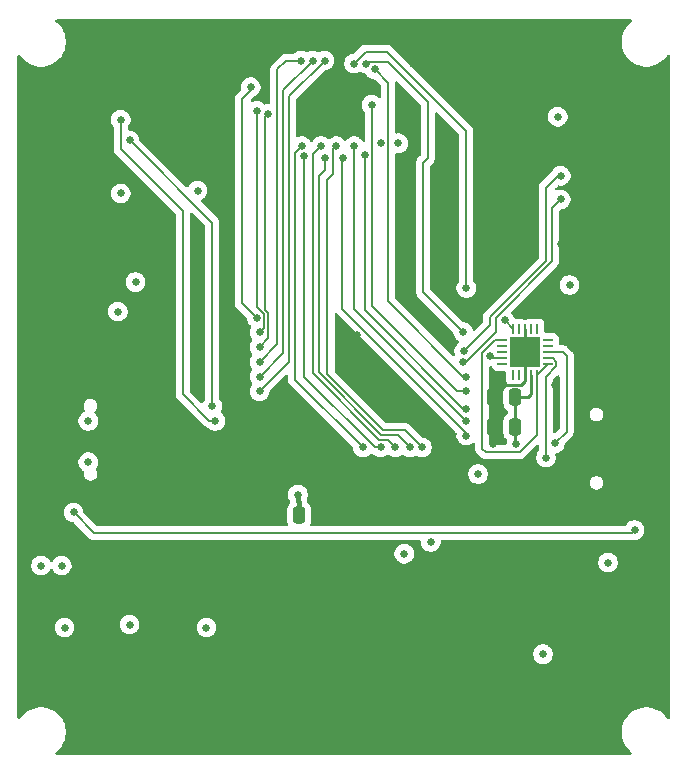
<source format=gbr>
%TF.GenerationSoftware,KiCad,Pcbnew,9.0.5*%
%TF.CreationDate,2025-10-28T16:25:52-07:00*%
%TF.ProjectId,Vine_Basestation_Cable_Reeling,56696e65-5f42-4617-9365-73746174696f,rev?*%
%TF.SameCoordinates,Original*%
%TF.FileFunction,Copper,L4,Bot*%
%TF.FilePolarity,Positive*%
%FSLAX46Y46*%
G04 Gerber Fmt 4.6, Leading zero omitted, Abs format (unit mm)*
G04 Created by KiCad (PCBNEW 9.0.5) date 2025-10-28 16:25:52*
%MOMM*%
%LPD*%
G01*
G04 APERTURE LIST*
G04 Aperture macros list*
%AMRoundRect*
0 Rectangle with rounded corners*
0 $1 Rounding radius*
0 $2 $3 $4 $5 $6 $7 $8 $9 X,Y pos of 4 corners*
0 Add a 4 corners polygon primitive as box body*
4,1,4,$2,$3,$4,$5,$6,$7,$8,$9,$2,$3,0*
0 Add four circle primitives for the rounded corners*
1,1,$1+$1,$2,$3*
1,1,$1+$1,$4,$5*
1,1,$1+$1,$6,$7*
1,1,$1+$1,$8,$9*
0 Add four rect primitives between the rounded corners*
20,1,$1+$1,$2,$3,$4,$5,0*
20,1,$1+$1,$4,$5,$6,$7,0*
20,1,$1+$1,$6,$7,$8,$9,0*
20,1,$1+$1,$8,$9,$2,$3,0*%
G04 Aperture macros list end*
%TA.AperFunction,SMDPad,CuDef*%
%ADD10RoundRect,0.062500X-0.062500X0.350000X-0.062500X-0.350000X0.062500X-0.350000X0.062500X0.350000X0*%
%TD*%
%TA.AperFunction,SMDPad,CuDef*%
%ADD11RoundRect,0.062500X-0.350000X0.062500X-0.350000X-0.062500X0.350000X-0.062500X0.350000X0.062500X0*%
%TD*%
%TA.AperFunction,HeatsinkPad*%
%ADD12R,2.500000X2.500000*%
%TD*%
%TA.AperFunction,SMDPad,CuDef*%
%ADD13RoundRect,0.250000X-0.250000X-0.475000X0.250000X-0.475000X0.250000X0.475000X-0.250000X0.475000X0*%
%TD*%
%TA.AperFunction,SMDPad,CuDef*%
%ADD14RoundRect,0.250000X0.250000X0.475000X-0.250000X0.475000X-0.250000X-0.475000X0.250000X-0.475000X0*%
%TD*%
%TA.AperFunction,ViaPad*%
%ADD15C,0.660400*%
%TD*%
%TA.AperFunction,Conductor*%
%ADD16C,0.177800*%
%TD*%
%TA.AperFunction,Conductor*%
%ADD17C,0.200000*%
%TD*%
%TA.AperFunction,Conductor*%
%ADD18C,0.381000*%
%TD*%
%TA.AperFunction,Conductor*%
%ADD19C,0.203200*%
%TD*%
%TA.AperFunction,Conductor*%
%ADD20C,0.254000*%
%TD*%
G04 APERTURE END LIST*
D10*
%TO.P,U2,1,RXD*%
%TO.N,/TXD0*%
X151750000Y-85500000D03*
%TO.P,U2,2,~{RI}*%
%TO.N,unconnected-(U2-~{RI}-Pad2)*%
X152250000Y-85500000D03*
%TO.P,U2,3,GND*%
%TO.N,GND*%
X152750000Y-85500000D03*
%TO.P,U2,4,~{DSR}*%
%TO.N,unconnected-(U2-~{DSR}-Pad4)*%
X153250000Y-85500000D03*
%TO.P,U2,5,~{DCD}*%
%TO.N,unconnected-(U2-~{DCD}-Pad5)*%
X153750000Y-85500000D03*
D11*
%TO.P,U2,6,~{CTS}*%
%TO.N,unconnected-(U2-~{CTS}-Pad6)*%
X154687500Y-86437500D03*
%TO.P,U2,7,CBUS2*%
%TO.N,unconnected-(U2-CBUS2-Pad7)*%
X154687500Y-86937500D03*
%TO.P,U2,8,USBDP*%
%TO.N,/USB2_Dp*%
X154687500Y-87437500D03*
%TO.P,U2,9,USBDM*%
%TO.N,/USB2_Dn*%
X154687500Y-87937500D03*
%TO.P,U2,10,3V3OUT*%
%TO.N,Net-(U2-3V3OUT)*%
X154687500Y-88437500D03*
D10*
%TO.P,U2,11,~{RESET}*%
X153750000Y-89375000D03*
%TO.P,U2,12,VCC*%
%TO.N,3V3*%
X153250000Y-89375000D03*
%TO.P,U2,13,GND*%
%TO.N,GND*%
X152750000Y-89375000D03*
%TO.P,U2,14,CBUS1*%
%TO.N,unconnected-(U2-CBUS1-Pad14)*%
X152250000Y-89375000D03*
%TO.P,U2,15,CBUS0*%
%TO.N,unconnected-(U2-CBUS0-Pad15)*%
X151750000Y-89375000D03*
D11*
%TO.P,U2,16,CBUS3*%
%TO.N,unconnected-(U2-CBUS3-Pad16)*%
X150812500Y-88437500D03*
%TO.P,U2,17,TXD*%
%TO.N,/RXD0*%
X150812500Y-87937500D03*
%TO.P,U2,18,~{DTR}*%
%TO.N,unconnected-(U2-~{DTR}-Pad18)*%
X150812500Y-87437500D03*
%TO.P,U2,19,~{RTS}*%
%TO.N,unconnected-(U2-~{RTS}-Pad19)*%
X150812500Y-86937500D03*
%TO.P,U2,20,VCCIO*%
%TO.N,Net-(U2-3V3OUT)*%
X150812500Y-86437500D03*
D12*
%TO.P,U2,21,GND*%
%TO.N,GND*%
X152750000Y-87437500D03*
%TD*%
D13*
%TO.P,C6,1*%
%TO.N,3V3*%
X133600000Y-101250000D03*
%TO.P,C6,2*%
%TO.N,GND*%
X135500000Y-101250000D03*
%TD*%
D14*
%TO.P,C14,1*%
%TO.N,3V3*%
X151900000Y-93750000D03*
%TO.P,C14,2*%
%TO.N,GND*%
X150000000Y-93750000D03*
%TD*%
%TO.P,C13,1*%
%TO.N,3V3*%
X151900000Y-91250000D03*
%TO.P,C13,2*%
%TO.N,GND*%
X150000000Y-91250000D03*
%TD*%
D15*
%TO.N,GND*%
X130750000Y-92750000D03*
X130750000Y-95000000D03*
X132750000Y-95000000D03*
X135000000Y-95000000D03*
X132750000Y-92750000D03*
X142750000Y-79500000D03*
X118750000Y-64750000D03*
X122750000Y-70000000D03*
X122750000Y-67750000D03*
X127000000Y-98250000D03*
X124750000Y-98250000D03*
X138000000Y-115000000D03*
X135750000Y-115000000D03*
X127000000Y-115000000D03*
X124750000Y-115000000D03*
X142000000Y-107750000D03*
X139750000Y-107750000D03*
X125000000Y-89000000D03*
X122750000Y-89000000D03*
X153500000Y-73750000D03*
X151250000Y-73750000D03*
X153500000Y-69250000D03*
X151250000Y-69250000D03*
X125000000Y-86250000D03*
X122750000Y-86250000D03*
X120500000Y-86250000D03*
X118250000Y-86250000D03*
X158000000Y-78250000D03*
X155750000Y-78250000D03*
X153500000Y-78250000D03*
X151250000Y-78250000D03*
X117250000Y-114000000D03*
X115000000Y-114000000D03*
X112750000Y-114000000D03*
X110500000Y-114000000D03*
X155000000Y-108250000D03*
X152750000Y-108250000D03*
X150500000Y-108250000D03*
X148250000Y-108250000D03*
X155000000Y-105000000D03*
X152750000Y-105000000D03*
X150500000Y-105000000D03*
X148250000Y-105000000D03*
X160250000Y-61500000D03*
X158000000Y-61500000D03*
X155750000Y-61500000D03*
X116500000Y-61500000D03*
X118750000Y-61500000D03*
X114250000Y-61500000D03*
%TO.N,5V0*%
X115750000Y-96750000D03*
X115750000Y-93250000D03*
%TO.N,/IO8*%
X139150000Y-70750000D03*
%TO.N,/IO2*%
X138250000Y-63000000D03*
%TO.N,/IO42*%
X139250000Y-63000000D03*
%TO.N,/IO39*%
X140000000Y-63500000D03*
%TO.N,/IO18*%
X139750000Y-66500000D03*
%TO.N,/IO36*%
X138250000Y-70000000D03*
%TO.N,/IO35*%
X137350000Y-71000000D03*
X147750000Y-94500000D03*
%TO.N,/IO36*%
X147750000Y-93250000D03*
%TO.N,/IO8*%
X147750000Y-92250000D03*
%TO.N,/IO18*%
X147750000Y-90750000D03*
%TO.N,/IO39*%
X147750000Y-89500000D03*
%TO.N,/IO42*%
X147500000Y-85750000D03*
%TO.N,/IO2*%
X147750000Y-82000000D03*
%TO.N,/IO45*%
X144000000Y-95500000D03*
X136750000Y-70000000D03*
%TO.N,/IO48*%
X135750000Y-71000000D03*
X143000000Y-95500000D03*
%TO.N,/IO47*%
X135463169Y-69975737D03*
X141750000Y-95500000D03*
%TO.N,/IO21*%
X134019593Y-70841214D03*
X140500000Y-95500000D03*
%TO.N,/IO14*%
X133838900Y-70000000D03*
X139000000Y-95500000D03*
%TO.N,GND*%
X122250000Y-105750000D03*
X155250000Y-90250000D03*
X150000000Y-95250000D03*
X141250000Y-99750000D03*
X125750000Y-113000000D03*
X118500000Y-71750000D03*
X111250000Y-110500000D03*
X143250000Y-63000000D03*
X143500000Y-69750000D03*
X159750000Y-110750000D03*
X152250000Y-65500000D03*
X155500000Y-70750000D03*
X138500000Y-88250000D03*
X119750000Y-79500000D03*
X117500000Y-103750000D03*
X118750000Y-113250000D03*
X150250000Y-115250000D03*
X135232300Y-99750000D03*
X138500000Y-86000000D03*
X122500000Y-65250000D03*
X159750000Y-116750000D03*
X121250000Y-91000000D03*
X155500000Y-100750000D03*
%TO.N,3V3*%
X140500000Y-69750000D03*
X118500000Y-74000000D03*
X125000000Y-73750000D03*
X155500000Y-67500000D03*
X119750000Y-81500000D03*
X159750000Y-105250000D03*
X133500000Y-99500000D03*
X148750000Y-97750000D03*
X119250000Y-110500000D03*
X142000000Y-69750000D03*
X118250000Y-84000000D03*
X152000000Y-95250000D03*
X125750000Y-110750000D03*
X156500000Y-81750000D03*
%TO.N,12V0*%
X154250000Y-113000000D03*
X142500000Y-104500000D03*
X144750000Y-103500000D03*
%TO.N,5V0*%
X113750000Y-110750000D03*
X113500000Y-105500000D03*
X111750000Y-105500000D03*
%TO.N,/USB2_Dp*%
X155250000Y-95154900D03*
%TO.N,/USB2_Dn*%
X154500000Y-96360000D03*
%TO.N,/ENCODER_AO1*%
X126250000Y-92000000D03*
X119250000Y-69500000D03*
%TO.N,/ENCODER_AO2*%
X118500000Y-67750000D03*
X126500000Y-93250000D03*
%TO.N,/ENCODER_BO2*%
X155750000Y-74500000D03*
X147500000Y-88250000D03*
%TO.N,/ENCODER_BO1*%
X155750000Y-72500000D03*
X147583584Y-87333584D03*
%TO.N,/RXD0*%
X149750000Y-87750000D03*
%TO.N,/TXD0*%
X151000000Y-84750000D03*
%TO.N,CHASSIS*%
X162000000Y-102500000D03*
X114500000Y-101000000D03*
%TO.N,/IO7*%
X130250000Y-87000000D03*
X131000000Y-67250000D03*
%TO.N,/IO15*%
X133754800Y-62750000D03*
X130250000Y-88250000D03*
%TO.N,/IO17*%
X135750000Y-62750000D03*
X130250000Y-90750000D03*
%TO.N,/IO16*%
X130250000Y-89500000D03*
X134750000Y-62750000D03*
%TO.N,/IO5*%
X129500000Y-65000000D03*
X130000000Y-84500000D03*
%TO.N,/IO6*%
X130250000Y-85750000D03*
X130000000Y-67000000D03*
%TD*%
D16*
%TO.N,CHASSIS*%
X114500000Y-101000000D02*
X116250000Y-102750000D01*
X116250000Y-102750000D02*
X161750000Y-102750000D01*
X161750000Y-102750000D02*
X162000000Y-102500000D01*
D17*
%TO.N,/IO47*%
X134750000Y-89182900D02*
X140401000Y-94833900D01*
X140401000Y-94833900D02*
X141083900Y-94833900D01*
X141083900Y-94833900D02*
X141750000Y-95500000D01*
%TO.N,/IO21*%
X134019593Y-70841214D02*
X134019593Y-71721678D01*
X134000000Y-71741271D02*
X134000000Y-89500000D01*
X140000000Y-95500000D02*
X140500000Y-95500000D01*
X134019593Y-71721678D02*
X134000000Y-71741271D01*
X134000000Y-89500000D02*
X140000000Y-95500000D01*
D16*
%TO.N,/ENCODER_BO2*%
X147500000Y-88250000D02*
X147750000Y-88250000D01*
X147750000Y-88250000D02*
X150250000Y-85750000D01*
X155000000Y-79750000D02*
X155000000Y-75250000D01*
X150250000Y-85750000D02*
X150250000Y-84500000D01*
X150250000Y-84500000D02*
X155000000Y-79750000D01*
X155000000Y-75250000D02*
X155750000Y-74500000D01*
D17*
%TO.N,/IO45*%
X136750000Y-70000000D02*
X136500000Y-70250000D01*
X136500000Y-72354550D02*
X136250000Y-72604550D01*
X136500000Y-70250000D02*
X136500000Y-72354550D01*
X136250000Y-72604550D02*
X136000000Y-72854550D01*
X136000000Y-72854550D02*
X136000000Y-89298700D01*
X136000000Y-89298700D02*
X140733200Y-94031900D01*
X140733200Y-94031900D02*
X142531900Y-94031900D01*
X142531900Y-94031900D02*
X144000000Y-95500000D01*
%TO.N,/IO48*%
X135750000Y-71000000D02*
X135900000Y-71000000D01*
X135900000Y-71000000D02*
X135750000Y-71150000D01*
X135750000Y-72000000D02*
X135250000Y-72500000D01*
X135750000Y-71150000D02*
X135750000Y-72000000D01*
X135250000Y-72500000D02*
X135250000Y-89115800D01*
X140567100Y-94432900D02*
X141932900Y-94432900D01*
X135250000Y-89115800D02*
X140567100Y-94432900D01*
X141932900Y-94432900D02*
X143000000Y-95500000D01*
%TO.N,/IO47*%
X135463169Y-69975737D02*
X134750000Y-70688906D01*
X134750000Y-70688906D02*
X134750000Y-89182900D01*
%TO.N,/IO14*%
X139000000Y-95500000D02*
X133250000Y-89750000D01*
X133250000Y-89750000D02*
X133250000Y-70588900D01*
X133250000Y-70588900D02*
X133838900Y-70000000D01*
D16*
%TO.N,/IO17*%
X130250000Y-90750000D02*
X132750000Y-88250000D01*
X132750000Y-88250000D02*
X132750000Y-65750000D01*
X132750000Y-65750000D02*
X135750000Y-62750000D01*
%TO.N,/IO16*%
X130250000Y-89500000D02*
X132250000Y-87500000D01*
X132250000Y-87500000D02*
X132250000Y-65250000D01*
X132250000Y-65250000D02*
X134750000Y-62750000D01*
%TO.N,/IO15*%
X133754800Y-62750000D02*
X132500000Y-62750000D01*
X132500000Y-62750000D02*
X131750000Y-63500000D01*
X131750000Y-86750000D02*
X130250000Y-88250000D01*
X131750000Y-63500000D02*
X131750000Y-86750000D01*
D17*
%TO.N,/IO18*%
X139750000Y-66500000D02*
X139781200Y-66531200D01*
X139781200Y-66531200D02*
X139781200Y-83535900D01*
X139781200Y-83535900D02*
X139750000Y-83567100D01*
%TO.N,/IO42*%
X139250000Y-63000000D02*
X139381200Y-62868800D01*
X139381200Y-62868800D02*
X141118800Y-62868800D01*
X144500000Y-71000000D02*
X144101000Y-71399000D01*
X141118800Y-62868800D02*
X144500000Y-66250000D01*
X144500000Y-66250000D02*
X144500000Y-71000000D01*
X144101000Y-71399000D02*
X144101000Y-82351000D01*
X144101000Y-82351000D02*
X147500000Y-85750000D01*
%TO.N,/IO2*%
X147750000Y-82000000D02*
X147750000Y-68750000D01*
X147750000Y-68750000D02*
X141000000Y-62000000D01*
X141000000Y-62000000D02*
X139250000Y-62000000D01*
X139250000Y-62000000D02*
X138250000Y-63000000D01*
D16*
%TO.N,/IO6*%
X130000000Y-67000000D02*
X130000000Y-83623046D01*
X130000000Y-83623046D02*
X130620100Y-84243146D01*
X130620100Y-84243146D02*
X130620100Y-85379900D01*
X130620100Y-85379900D02*
X130250000Y-85750000D01*
%TO.N,/IO7*%
X130998900Y-86248900D02*
X131000000Y-86250000D01*
X130750000Y-83837342D02*
X130998900Y-84086242D01*
X131000000Y-67250000D02*
X130750000Y-67500000D01*
X130750000Y-67500000D02*
X130750000Y-83837342D01*
X130998900Y-84086242D02*
X130998900Y-86248900D01*
X131000000Y-86250000D02*
X130250000Y-87000000D01*
D17*
%TO.N,/IO35*%
X137350000Y-71000000D02*
X137250000Y-71100000D01*
X137250000Y-71100000D02*
X137250000Y-83750000D01*
X137250000Y-83750000D02*
X147750000Y-94250000D01*
X147750000Y-94250000D02*
X147750000Y-94500000D01*
%TO.N,/IO36*%
X138250000Y-70000000D02*
X138250000Y-83750000D01*
X138250000Y-83750000D02*
X147750000Y-93250000D01*
%TO.N,/IO39*%
X140000000Y-63500000D02*
X141131200Y-64631200D01*
X141131200Y-83118800D02*
X141125000Y-83125000D01*
X147500000Y-89500000D02*
X147750000Y-89500000D01*
X141131200Y-64631200D02*
X141131200Y-83118800D01*
X141125000Y-83125000D02*
X147500000Y-89500000D01*
D16*
%TO.N,/IO5*%
X129500000Y-65000000D02*
X129750000Y-65000000D01*
X129750000Y-65000000D02*
X128750000Y-66000000D01*
X128750000Y-66000000D02*
X128750000Y-83250000D01*
X128750000Y-83250000D02*
X130000000Y-84500000D01*
D18*
%TO.N,3V3*%
X133500000Y-99500000D02*
X133500000Y-100050000D01*
X133500000Y-100050000D02*
X133600000Y-100150000D01*
X133600000Y-100150000D02*
X133600000Y-101250000D01*
D16*
%TO.N,Net-(U2-3V3OUT)*%
X153750000Y-89375000D02*
X153750000Y-94412875D01*
X152267375Y-95895500D02*
X149395500Y-95895500D01*
X153750000Y-94412875D02*
X152267375Y-95895500D01*
X149104500Y-87482625D02*
X150149625Y-86437500D01*
X149395500Y-95895500D02*
X149104500Y-95604500D01*
X149104500Y-95604500D02*
X149104500Y-87482625D01*
X150149625Y-86437500D02*
X150812500Y-86437500D01*
D17*
%TO.N,/IO18*%
X147750000Y-90750000D02*
X146932900Y-90750000D01*
X146932900Y-90750000D02*
X139750000Y-83567100D01*
D19*
%TO.N,/IO8*%
X139150000Y-70750000D02*
X139150000Y-83900000D01*
X139150000Y-83900000D02*
X147500000Y-92250000D01*
X147500000Y-92250000D02*
X147750000Y-92250000D01*
D17*
%TO.N,/IO47*%
X135463169Y-69975737D02*
X135500000Y-70012568D01*
D16*
%TO.N,/TXD0*%
X151000000Y-84750000D02*
X151750000Y-85500000D01*
%TO.N,/ENCODER_BO1*%
X149871200Y-84343096D02*
X154500000Y-79714296D01*
X149750000Y-85167168D02*
X149750000Y-84500000D01*
X154500000Y-73500000D02*
X155500000Y-72500000D01*
X149750000Y-84500000D02*
X149871200Y-84378800D01*
X147583584Y-87333584D02*
X149750000Y-85167168D01*
X149871200Y-84378800D02*
X149871200Y-84343096D01*
X154500000Y-79714296D02*
X154500000Y-73500000D01*
X155500000Y-72500000D02*
X155750000Y-72500000D01*
D20*
%TO.N,GND*%
X152750000Y-85500000D02*
X152750000Y-87437500D01*
X152394484Y-90197000D02*
X151053000Y-90197000D01*
X152750000Y-89841484D02*
X152394484Y-90197000D01*
D18*
X135232300Y-100982300D02*
X135500000Y-101250000D01*
D20*
X151053000Y-90197000D02*
X150000000Y-91250000D01*
X150000000Y-93750000D02*
X150000000Y-95250000D01*
X152750000Y-89375000D02*
X152750000Y-89841484D01*
D18*
X135232300Y-99750000D02*
X135232300Y-100982300D01*
D20*
X152750000Y-89375000D02*
X152750000Y-87437500D01*
X150000000Y-91250000D02*
X150000000Y-93750000D01*
%TO.N,3V3*%
X153250000Y-89375000D02*
X153250000Y-91000000D01*
X151900000Y-93750000D02*
X151900000Y-95150000D01*
X153250000Y-91000000D02*
X153000000Y-91250000D01*
X151900000Y-95150000D02*
X152000000Y-95250000D01*
X151900000Y-91250000D02*
X151900000Y-93750000D01*
X153000000Y-91250000D02*
X151900000Y-91250000D01*
D16*
%TO.N,/USB2_Dp*%
X156250000Y-94154900D02*
X155250000Y-95154900D01*
X156250000Y-87750000D02*
X156250000Y-94154900D01*
X154687500Y-87437500D02*
X155937500Y-87437500D01*
X155937500Y-87437500D02*
X156250000Y-87750000D01*
%TO.N,/USB2_Dn*%
X155389900Y-88647702D02*
X154500000Y-89537602D01*
X154500000Y-89537602D02*
X154500000Y-96360000D01*
X155099999Y-87937500D02*
X155389900Y-88227401D01*
X155389900Y-88227401D02*
X155389900Y-88647702D01*
X154687500Y-87937500D02*
X155099999Y-87937500D01*
%TO.N,/ENCODER_AO1*%
X119250000Y-69500000D02*
X126250000Y-76500000D01*
X126250000Y-76500000D02*
X126250000Y-92000000D01*
%TO.N,/ENCODER_AO2*%
X118500000Y-67750000D02*
X118500000Y-70250000D01*
X118500000Y-70250000D02*
X123750000Y-75500000D01*
X126000000Y-93250000D02*
X126500000Y-93250000D01*
X123750000Y-75500000D02*
X123750000Y-91000000D01*
X123750000Y-91000000D02*
X126000000Y-93250000D01*
%TO.N,/RXD0*%
X149937500Y-87937500D02*
X150812500Y-87937500D01*
X149750000Y-87750000D02*
X149937500Y-87937500D01*
%TO.N,Net-(U2-3V3OUT)*%
X153750000Y-89375000D02*
X154687500Y-88437500D01*
%TD*%
%TA.AperFunction,Conductor*%
%TO.N,GND*%
G36*
X149845798Y-88620957D02*
G01*
X149857060Y-88621360D01*
X149877009Y-88635211D01*
X149899103Y-88645301D01*
X149906684Y-88655814D01*
X149914452Y-88661208D01*
X149932461Y-88691562D01*
X149970718Y-88783924D01*
X149970718Y-88783925D01*
X149970720Y-88783928D01*
X149970721Y-88783929D01*
X150060964Y-88901536D01*
X150178571Y-88991779D01*
X150315528Y-89048509D01*
X150425599Y-89063000D01*
X151000500Y-89062999D01*
X151067539Y-89082683D01*
X151113294Y-89135487D01*
X151124500Y-89186999D01*
X151124500Y-89761903D01*
X151138988Y-89871963D01*
X151138991Y-89871972D01*
X151184476Y-89981783D01*
X151195721Y-90008929D01*
X151198689Y-90012797D01*
X151223881Y-90077966D01*
X151209841Y-90146411D01*
X151185228Y-90175958D01*
X151186451Y-90177181D01*
X151057289Y-90306342D01*
X150965187Y-90455663D01*
X150965185Y-90455668D01*
X150947944Y-90507699D01*
X150910001Y-90622203D01*
X150910001Y-90622204D01*
X150910000Y-90622204D01*
X150899500Y-90724983D01*
X150899500Y-91775001D01*
X150899501Y-91775019D01*
X150910000Y-91877796D01*
X150910001Y-91877799D01*
X150965185Y-92044331D01*
X150965187Y-92044336D01*
X150988307Y-92081819D01*
X151057288Y-92193656D01*
X151181344Y-92317712D01*
X151213597Y-92337606D01*
X151220419Y-92345190D01*
X151229703Y-92349430D01*
X151243390Y-92370728D01*
X151260321Y-92389551D01*
X151262965Y-92401187D01*
X151267477Y-92408208D01*
X151272500Y-92443143D01*
X151272500Y-92556855D01*
X151252815Y-92623894D01*
X151213598Y-92662393D01*
X151181344Y-92682287D01*
X151057289Y-92806342D01*
X150965187Y-92955663D01*
X150965185Y-92955668D01*
X150947944Y-93007699D01*
X150910001Y-93122203D01*
X150910001Y-93122204D01*
X150910000Y-93122204D01*
X150899500Y-93224983D01*
X150899500Y-94275001D01*
X150899501Y-94275019D01*
X150910000Y-94377796D01*
X150910001Y-94377799D01*
X150965185Y-94544331D01*
X150965187Y-94544336D01*
X150988307Y-94581819D01*
X151057288Y-94693656D01*
X151181344Y-94817712D01*
X151181350Y-94817715D01*
X151182075Y-94818289D01*
X151182448Y-94818816D01*
X151186451Y-94822819D01*
X151185767Y-94823502D01*
X151222455Y-94875308D01*
X151225598Y-94945107D01*
X151219732Y-94963011D01*
X151201223Y-95007697D01*
X151201222Y-95007700D01*
X151169300Y-95168180D01*
X151169300Y-95182100D01*
X151149615Y-95249139D01*
X151096811Y-95294894D01*
X151045300Y-95306100D01*
X149817900Y-95306100D01*
X149750861Y-95286415D01*
X149705106Y-95233611D01*
X149693900Y-95182100D01*
X149693900Y-88739014D01*
X149697074Y-88728202D01*
X149695870Y-88716997D01*
X149706743Y-88695275D01*
X149713585Y-88671975D01*
X149722099Y-88664596D01*
X149727145Y-88654518D01*
X149748036Y-88642122D01*
X149766389Y-88626220D01*
X149777542Y-88624616D01*
X149787234Y-88618866D01*
X149811505Y-88619732D01*
X149835547Y-88616276D01*
X149845798Y-88620957D01*
G37*
%TD.AperFunction*%
%TA.AperFunction,Conductor*%
G36*
X155579934Y-89393719D02*
G01*
X155635867Y-89435591D01*
X155660284Y-89501055D01*
X155660600Y-89509901D01*
X155660600Y-93859400D01*
X155640915Y-93926439D01*
X155624281Y-93947081D01*
X155301081Y-94270281D01*
X155239758Y-94303766D01*
X155170066Y-94298782D01*
X155114133Y-94256910D01*
X155089716Y-94191446D01*
X155089400Y-94182600D01*
X155089400Y-89833101D01*
X155109085Y-89766062D01*
X155125719Y-89745420D01*
X155448919Y-89422220D01*
X155510242Y-89388735D01*
X155579934Y-89393719D01*
G37*
%TD.AperFunction*%
%TA.AperFunction,Conductor*%
G36*
X152766962Y-86262263D02*
G01*
X152794713Y-86264580D01*
X152804180Y-86269896D01*
X152808127Y-86270706D01*
X152825478Y-86281856D01*
X152903571Y-86341779D01*
X153040528Y-86398509D01*
X153150599Y-86413000D01*
X153349400Y-86412999D01*
X153349401Y-86412999D01*
X153366087Y-86410802D01*
X153459472Y-86398509D01*
X153459475Y-86398507D01*
X153467326Y-86396405D01*
X153468130Y-86399408D01*
X153517185Y-86393135D01*
X153532845Y-86395326D01*
X153540528Y-86398509D01*
X153650599Y-86413000D01*
X153659137Y-86412999D01*
X153667685Y-86414196D01*
X153691955Y-86425169D01*
X153717513Y-86432667D01*
X153723298Y-86439340D01*
X153731350Y-86442981D01*
X153745836Y-86465337D01*
X153763281Y-86485459D01*
X153765511Y-86495701D01*
X153769345Y-86501617D01*
X153769389Y-86513505D01*
X153773611Y-86532889D01*
X153774235Y-86532849D01*
X153774500Y-86536899D01*
X153788989Y-86646968D01*
X153791094Y-86654822D01*
X153787814Y-86655700D01*
X153793581Y-86709573D01*
X153790517Y-86720022D01*
X153791095Y-86720177D01*
X153788990Y-86728029D01*
X153774500Y-86838098D01*
X153774500Y-87036903D01*
X153788989Y-87146968D01*
X153791094Y-87154822D01*
X153787814Y-87155700D01*
X153793581Y-87209573D01*
X153790517Y-87220022D01*
X153791095Y-87220177D01*
X153788990Y-87228029D01*
X153774500Y-87338098D01*
X153774500Y-87536903D01*
X153788989Y-87646968D01*
X153791094Y-87654822D01*
X153787814Y-87655700D01*
X153793581Y-87709573D01*
X153790517Y-87720022D01*
X153791095Y-87720177D01*
X153788990Y-87728029D01*
X153774500Y-87838098D01*
X153774500Y-88036903D01*
X153788989Y-88146968D01*
X153791094Y-88154822D01*
X153788119Y-88155619D01*
X153794364Y-88204685D01*
X153792172Y-88220347D01*
X153788991Y-88228028D01*
X153774500Y-88338099D01*
X153774500Y-88346631D01*
X153773303Y-88355185D01*
X153762322Y-88379470D01*
X153754815Y-88405039D01*
X153748151Y-88410812D01*
X153744518Y-88418850D01*
X153722147Y-88433345D01*
X153702011Y-88450794D01*
X153691785Y-88453019D01*
X153685882Y-88456845D01*
X153674007Y-88456889D01*
X153654610Y-88461112D01*
X153654651Y-88461735D01*
X153650600Y-88462000D01*
X153540531Y-88476489D01*
X153532678Y-88478594D01*
X153531802Y-88475324D01*
X153477853Y-88481067D01*
X153467477Y-88478018D01*
X153467323Y-88478595D01*
X153459470Y-88476490D01*
X153349401Y-88462000D01*
X153150596Y-88462000D01*
X153040536Y-88476488D01*
X153040527Y-88476491D01*
X152903573Y-88533219D01*
X152903570Y-88533221D01*
X152825486Y-88593137D01*
X152760317Y-88618331D01*
X152691872Y-88604292D01*
X152674514Y-88593137D01*
X152596429Y-88533221D01*
X152596426Y-88533219D01*
X152459472Y-88476491D01*
X152459470Y-88476490D01*
X152349401Y-88462000D01*
X152150596Y-88462000D01*
X152040531Y-88476489D01*
X152032678Y-88478594D01*
X152031884Y-88475633D01*
X151982814Y-88481864D01*
X151967152Y-88479672D01*
X151959472Y-88476491D01*
X151849401Y-88462000D01*
X151840868Y-88462000D01*
X151832314Y-88460803D01*
X151808028Y-88449822D01*
X151782460Y-88442315D01*
X151776686Y-88435651D01*
X151768649Y-88432018D01*
X151754153Y-88409647D01*
X151736705Y-88389511D01*
X151734481Y-88379288D01*
X151730654Y-88373382D01*
X151730609Y-88361490D01*
X151726393Y-88342109D01*
X151725765Y-88342151D01*
X151725499Y-88338103D01*
X151725499Y-88338100D01*
X151711009Y-88228028D01*
X151711008Y-88228025D01*
X151708905Y-88220174D01*
X151712207Y-88219289D01*
X151706392Y-88165575D01*
X151709501Y-88154985D01*
X151708905Y-88154826D01*
X151711008Y-88146975D01*
X151711008Y-88146974D01*
X151711009Y-88146972D01*
X151725500Y-88036901D01*
X151725499Y-87838100D01*
X151711009Y-87728028D01*
X151711008Y-87728025D01*
X151708905Y-87720174D01*
X151712207Y-87719289D01*
X151706392Y-87665575D01*
X151709501Y-87654985D01*
X151708905Y-87654826D01*
X151711008Y-87646975D01*
X151711008Y-87646974D01*
X151711009Y-87646972D01*
X151725500Y-87536901D01*
X151725499Y-87338100D01*
X151711009Y-87228028D01*
X151711008Y-87228025D01*
X151708905Y-87220174D01*
X151712207Y-87219289D01*
X151706392Y-87165575D01*
X151709501Y-87154985D01*
X151708905Y-87154826D01*
X151711008Y-87146975D01*
X151711008Y-87146974D01*
X151711009Y-87146972D01*
X151725500Y-87036901D01*
X151725499Y-86838100D01*
X151724643Y-86831600D01*
X151717998Y-86781120D01*
X151711009Y-86728028D01*
X151711008Y-86728025D01*
X151708905Y-86720174D01*
X151711908Y-86719369D01*
X151705635Y-86670314D01*
X151707826Y-86654655D01*
X151711009Y-86646972D01*
X151725500Y-86536901D01*
X151725499Y-86528366D01*
X151726697Y-86519813D01*
X151737676Y-86495529D01*
X151745185Y-86469960D01*
X151751849Y-86464185D01*
X151755483Y-86456149D01*
X151777850Y-86441654D01*
X151797989Y-86424205D01*
X151808212Y-86421981D01*
X151814118Y-86418154D01*
X151826009Y-86418109D01*
X151845390Y-86413893D01*
X151845349Y-86413265D01*
X151849396Y-86412999D01*
X151849400Y-86412999D01*
X151959472Y-86398509D01*
X151959475Y-86398507D01*
X151967326Y-86396405D01*
X151968210Y-86399707D01*
X152021925Y-86393892D01*
X152032514Y-86397001D01*
X152032674Y-86396405D01*
X152040524Y-86398508D01*
X152040526Y-86398508D01*
X152040528Y-86398509D01*
X152150599Y-86413000D01*
X152349400Y-86412999D01*
X152349403Y-86412999D01*
X152459463Y-86398511D01*
X152459467Y-86398509D01*
X152459472Y-86398509D01*
X152596429Y-86341779D01*
X152674515Y-86281860D01*
X152700491Y-86271818D01*
X152725086Y-86258767D01*
X152732624Y-86259396D01*
X152739682Y-86256668D01*
X152766962Y-86262263D01*
G37*
%TD.AperFunction*%
%TA.AperFunction,Conductor*%
G36*
X141936903Y-64536584D02*
G01*
X141943381Y-64542616D01*
X143863181Y-66462416D01*
X143896666Y-66523739D01*
X143899500Y-66550097D01*
X143899500Y-70699902D01*
X143879815Y-70766941D01*
X143863181Y-70787583D01*
X143620481Y-71030282D01*
X143620479Y-71030285D01*
X143570361Y-71117094D01*
X143570359Y-71117096D01*
X143541425Y-71167209D01*
X143541424Y-71167210D01*
X143541423Y-71167215D01*
X143500499Y-71319943D01*
X143500499Y-71319945D01*
X143500499Y-71488046D01*
X143500500Y-71488059D01*
X143500500Y-82264330D01*
X143500499Y-82264348D01*
X143500499Y-82430054D01*
X143500498Y-82430054D01*
X143541423Y-82582785D01*
X143570358Y-82632900D01*
X143570359Y-82632904D01*
X143570360Y-82632904D01*
X143620479Y-82719714D01*
X143620481Y-82719717D01*
X143739349Y-82838585D01*
X143739355Y-82838590D01*
X146632981Y-85732216D01*
X146666466Y-85793539D01*
X146669300Y-85819897D01*
X146669300Y-85831817D01*
X146669300Y-85831819D01*
X146669299Y-85831819D01*
X146701222Y-85992300D01*
X146701224Y-85992306D01*
X146763843Y-86143482D01*
X146854754Y-86279542D01*
X146970457Y-86395245D01*
X146970460Y-86395247D01*
X147036450Y-86439340D01*
X147077268Y-86466613D01*
X147122074Y-86520225D01*
X147130781Y-86589550D01*
X147100627Y-86652578D01*
X147077269Y-86672818D01*
X147054044Y-86688336D01*
X147054040Y-86688339D01*
X146938338Y-86804041D01*
X146847427Y-86940101D01*
X146784808Y-87091277D01*
X146784806Y-87091283D01*
X146752884Y-87251764D01*
X146752884Y-87251767D01*
X146752884Y-87415401D01*
X146752884Y-87415403D01*
X146752883Y-87415403D01*
X146784806Y-87575884D01*
X146784809Y-87575894D01*
X146800581Y-87613971D01*
X146808050Y-87683441D01*
X146776774Y-87745920D01*
X146716685Y-87781571D01*
X146646860Y-87779077D01*
X146598339Y-87749104D01*
X141768019Y-82918784D01*
X141734534Y-82857461D01*
X141731700Y-82831103D01*
X141731700Y-70694700D01*
X141751385Y-70627661D01*
X141804189Y-70581906D01*
X141873347Y-70571962D01*
X141879869Y-70573078D01*
X141918183Y-70580700D01*
X142081819Y-70580700D01*
X142189785Y-70559223D01*
X142242306Y-70548776D01*
X142393484Y-70486156D01*
X142529540Y-70395247D01*
X142645247Y-70279540D01*
X142736156Y-70143484D01*
X142798776Y-69992306D01*
X142830700Y-69831817D01*
X142830700Y-69668183D01*
X142830700Y-69668180D01*
X142798777Y-69507699D01*
X142798776Y-69507698D01*
X142798776Y-69507694D01*
X142736156Y-69356516D01*
X142645247Y-69220460D01*
X142645245Y-69220457D01*
X142529542Y-69104754D01*
X142408293Y-69023739D01*
X142393484Y-69013844D01*
X142242306Y-68951224D01*
X142242300Y-68951222D01*
X142081819Y-68919300D01*
X142081817Y-68919300D01*
X141918183Y-68919300D01*
X141918178Y-68919300D01*
X141879891Y-68926916D01*
X141810299Y-68920689D01*
X141755122Y-68877826D01*
X141731878Y-68811936D01*
X141731700Y-68805299D01*
X141731700Y-64630297D01*
X141751385Y-64563258D01*
X141804189Y-64517503D01*
X141873347Y-64507559D01*
X141936903Y-64536584D01*
G37*
%TD.AperFunction*%
%TA.AperFunction,Conductor*%
G36*
X124544603Y-75628586D02*
G01*
X124551081Y-75634618D01*
X125624281Y-76707818D01*
X125657766Y-76769141D01*
X125660600Y-76795499D01*
X125660600Y-91363250D01*
X125640915Y-91430289D01*
X125624281Y-91450931D01*
X125604755Y-91470456D01*
X125604754Y-91470457D01*
X125513843Y-91606516D01*
X125490025Y-91664019D01*
X125446183Y-91718422D01*
X125379889Y-91740486D01*
X125312190Y-91723206D01*
X125287783Y-91704246D01*
X124863079Y-91279542D01*
X124375719Y-90792181D01*
X124342234Y-90730858D01*
X124339400Y-90704500D01*
X124339400Y-75722299D01*
X124359085Y-75655260D01*
X124411889Y-75609505D01*
X124481047Y-75599561D01*
X124544603Y-75628586D01*
G37*
%TD.AperFunction*%
%TA.AperFunction,Conductor*%
G36*
X161688499Y-59258945D02*
G01*
X161717864Y-59264969D01*
X161721670Y-59268686D01*
X161726775Y-59270185D01*
X161746401Y-59292835D01*
X161767854Y-59313783D01*
X161769047Y-59318969D01*
X161772530Y-59322989D01*
X161776795Y-59352653D01*
X161783517Y-59381874D01*
X161781716Y-59386881D01*
X161782474Y-59392147D01*
X161770020Y-59419415D01*
X161759880Y-59447624D01*
X161754729Y-59452898D01*
X161753449Y-59455703D01*
X161735222Y-59472876D01*
X161612073Y-59567370D01*
X161612066Y-59567376D01*
X161417376Y-59762066D01*
X161417370Y-59762073D01*
X161249754Y-59980516D01*
X161112080Y-60218971D01*
X161112075Y-60218982D01*
X161006704Y-60473369D01*
X160935441Y-60739331D01*
X160935438Y-60739344D01*
X160899501Y-61012315D01*
X160899500Y-61012332D01*
X160899500Y-61287667D01*
X160899501Y-61287684D01*
X160935438Y-61560655D01*
X160935439Y-61560660D01*
X160935440Y-61560666D01*
X160956256Y-61638352D01*
X161006704Y-61826630D01*
X161112075Y-62081017D01*
X161112080Y-62081028D01*
X161163045Y-62169300D01*
X161249751Y-62319479D01*
X161249753Y-62319482D01*
X161249754Y-62319483D01*
X161417370Y-62537926D01*
X161417376Y-62537933D01*
X161612066Y-62732623D01*
X161612073Y-62732629D01*
X161644739Y-62757694D01*
X161830521Y-62900249D01*
X161983778Y-62988732D01*
X162068971Y-63037919D01*
X162068976Y-63037921D01*
X162068979Y-63037923D01*
X162323368Y-63143295D01*
X162589334Y-63214560D01*
X162862326Y-63250500D01*
X162862333Y-63250500D01*
X163137667Y-63250500D01*
X163137674Y-63250500D01*
X163410666Y-63214560D01*
X163676632Y-63143295D01*
X163931021Y-63037923D01*
X164169479Y-62900249D01*
X164387928Y-62732628D01*
X164582628Y-62537928D01*
X164750249Y-62319479D01*
X164768115Y-62288534D01*
X164818679Y-62240321D01*
X164887286Y-62227097D01*
X164952151Y-62253065D01*
X164992680Y-62309979D01*
X164999500Y-62350536D01*
X164999500Y-118399463D01*
X164979815Y-118466502D01*
X164927011Y-118512257D01*
X164857853Y-118522201D01*
X164794297Y-118493176D01*
X164768116Y-118461467D01*
X164750249Y-118430521D01*
X164750243Y-118430513D01*
X164582629Y-118212073D01*
X164582623Y-118212066D01*
X164387933Y-118017376D01*
X164387926Y-118017370D01*
X164169483Y-117849754D01*
X164169482Y-117849753D01*
X164169479Y-117849751D01*
X164074407Y-117794861D01*
X163931028Y-117712080D01*
X163931017Y-117712075D01*
X163676630Y-117606704D01*
X163543649Y-117571072D01*
X163410666Y-117535440D01*
X163410660Y-117535439D01*
X163410655Y-117535438D01*
X163137684Y-117499501D01*
X163137679Y-117499500D01*
X163137674Y-117499500D01*
X162862326Y-117499500D01*
X162862320Y-117499500D01*
X162862315Y-117499501D01*
X162589344Y-117535438D01*
X162589337Y-117535439D01*
X162589334Y-117535440D01*
X162533125Y-117550500D01*
X162323369Y-117606704D01*
X162068982Y-117712075D01*
X162068971Y-117712080D01*
X161830516Y-117849754D01*
X161612073Y-118017370D01*
X161612066Y-118017376D01*
X161417376Y-118212066D01*
X161417370Y-118212073D01*
X161249754Y-118430516D01*
X161112080Y-118668971D01*
X161112075Y-118668982D01*
X161006704Y-118923369D01*
X160935441Y-119189331D01*
X160935438Y-119189344D01*
X160899501Y-119462315D01*
X160899500Y-119462332D01*
X160899500Y-119737667D01*
X160899501Y-119737684D01*
X160935438Y-120010655D01*
X160935439Y-120010660D01*
X160935440Y-120010666D01*
X160935441Y-120010668D01*
X161006704Y-120276630D01*
X161112075Y-120531017D01*
X161112080Y-120531028D01*
X161191809Y-120669121D01*
X161249751Y-120769479D01*
X161249753Y-120769482D01*
X161249754Y-120769483D01*
X161417370Y-120987926D01*
X161417376Y-120987933D01*
X161612066Y-121182623D01*
X161612073Y-121182629D01*
X161735222Y-121277124D01*
X161776425Y-121333552D01*
X161780580Y-121403298D01*
X161746368Y-121464218D01*
X161684651Y-121496971D01*
X161659736Y-121499500D01*
X113090264Y-121499500D01*
X113023225Y-121479815D01*
X112977470Y-121427011D01*
X112967526Y-121357853D01*
X112996551Y-121294297D01*
X113014778Y-121277124D01*
X113078074Y-121228555D01*
X113137928Y-121182628D01*
X113332628Y-120987928D01*
X113500249Y-120769479D01*
X113637923Y-120531021D01*
X113743295Y-120276632D01*
X113814560Y-120010666D01*
X113850500Y-119737674D01*
X113850500Y-119462326D01*
X113814560Y-119189334D01*
X113743295Y-118923368D01*
X113637923Y-118668979D01*
X113637921Y-118668976D01*
X113637919Y-118668971D01*
X113588732Y-118583778D01*
X113500249Y-118430521D01*
X113332628Y-118212072D01*
X113332623Y-118212066D01*
X113137933Y-118017376D01*
X113137926Y-118017370D01*
X112919483Y-117849754D01*
X112919482Y-117849753D01*
X112919479Y-117849751D01*
X112824407Y-117794861D01*
X112681028Y-117712080D01*
X112681017Y-117712075D01*
X112426630Y-117606704D01*
X112293649Y-117571072D01*
X112160666Y-117535440D01*
X112160660Y-117535439D01*
X112160655Y-117535438D01*
X111887684Y-117499501D01*
X111887679Y-117499500D01*
X111887674Y-117499500D01*
X111612326Y-117499500D01*
X111612320Y-117499500D01*
X111612315Y-117499501D01*
X111339344Y-117535438D01*
X111339337Y-117535439D01*
X111339334Y-117535440D01*
X111283125Y-117550500D01*
X111073369Y-117606704D01*
X110818982Y-117712075D01*
X110818971Y-117712080D01*
X110580516Y-117849754D01*
X110362073Y-118017370D01*
X110362066Y-118017376D01*
X110167376Y-118212066D01*
X110167370Y-118212073D01*
X109999756Y-118430513D01*
X109999752Y-118430518D01*
X109999751Y-118430521D01*
X109981884Y-118461466D01*
X109931320Y-118509679D01*
X109862712Y-118522901D01*
X109797848Y-118496933D01*
X109757320Y-118440019D01*
X109750500Y-118399463D01*
X109750500Y-113081819D01*
X153419299Y-113081819D01*
X153451222Y-113242300D01*
X153451224Y-113242306D01*
X153513843Y-113393482D01*
X153604754Y-113529542D01*
X153720457Y-113645245D01*
X153720460Y-113645247D01*
X153856516Y-113736156D01*
X154007694Y-113798776D01*
X154007698Y-113798776D01*
X154007699Y-113798777D01*
X154168180Y-113830700D01*
X154168183Y-113830700D01*
X154331819Y-113830700D01*
X154439785Y-113809223D01*
X154492306Y-113798776D01*
X154643484Y-113736156D01*
X154779540Y-113645247D01*
X154895247Y-113529540D01*
X154986156Y-113393484D01*
X155048776Y-113242306D01*
X155080700Y-113081817D01*
X155080700Y-112918183D01*
X155080700Y-112918180D01*
X155048777Y-112757699D01*
X155048776Y-112757698D01*
X155048776Y-112757694D01*
X154986156Y-112606516D01*
X154895247Y-112470460D01*
X154895245Y-112470457D01*
X154779542Y-112354754D01*
X154711512Y-112309298D01*
X154643484Y-112263844D01*
X154492306Y-112201224D01*
X154492300Y-112201222D01*
X154331819Y-112169300D01*
X154331817Y-112169300D01*
X154168183Y-112169300D01*
X154168181Y-112169300D01*
X154007699Y-112201222D01*
X154007693Y-112201224D01*
X153856517Y-112263843D01*
X153720457Y-112354754D01*
X153604754Y-112470457D01*
X153513843Y-112606517D01*
X153451224Y-112757693D01*
X153451222Y-112757699D01*
X153419300Y-112918180D01*
X153419300Y-112918183D01*
X153419300Y-113081817D01*
X153419300Y-113081819D01*
X153419299Y-113081819D01*
X109750500Y-113081819D01*
X109750500Y-110831819D01*
X112919299Y-110831819D01*
X112951222Y-110992300D01*
X112951224Y-110992306D01*
X113013843Y-111143482D01*
X113104754Y-111279542D01*
X113220457Y-111395245D01*
X113220460Y-111395247D01*
X113356516Y-111486156D01*
X113507694Y-111548776D01*
X113507698Y-111548776D01*
X113507699Y-111548777D01*
X113668180Y-111580700D01*
X113668183Y-111580700D01*
X113831819Y-111580700D01*
X113939785Y-111559223D01*
X113992306Y-111548776D01*
X114143484Y-111486156D01*
X114279540Y-111395247D01*
X114395247Y-111279540D01*
X114486156Y-111143484D01*
X114548776Y-110992306D01*
X114559223Y-110939785D01*
X114580700Y-110831819D01*
X114580700Y-110668180D01*
X114563521Y-110581819D01*
X118419299Y-110581819D01*
X118451222Y-110742300D01*
X118451224Y-110742306D01*
X118513843Y-110893482D01*
X118604754Y-111029542D01*
X118720457Y-111145245D01*
X118720460Y-111145247D01*
X118856516Y-111236156D01*
X119007694Y-111298776D01*
X119007698Y-111298776D01*
X119007699Y-111298777D01*
X119168180Y-111330700D01*
X119168183Y-111330700D01*
X119331819Y-111330700D01*
X119439785Y-111309223D01*
X119492306Y-111298776D01*
X119643484Y-111236156D01*
X119779540Y-111145247D01*
X119895247Y-111029540D01*
X119986156Y-110893484D01*
X120011698Y-110831819D01*
X124919299Y-110831819D01*
X124951222Y-110992300D01*
X124951224Y-110992306D01*
X125013843Y-111143482D01*
X125104754Y-111279542D01*
X125220457Y-111395245D01*
X125220460Y-111395247D01*
X125356516Y-111486156D01*
X125507694Y-111548776D01*
X125507698Y-111548776D01*
X125507699Y-111548777D01*
X125668180Y-111580700D01*
X125668183Y-111580700D01*
X125831819Y-111580700D01*
X125939785Y-111559223D01*
X125992306Y-111548776D01*
X126143484Y-111486156D01*
X126279540Y-111395247D01*
X126395247Y-111279540D01*
X126486156Y-111143484D01*
X126548776Y-110992306D01*
X126559223Y-110939785D01*
X126580700Y-110831819D01*
X126580700Y-110668180D01*
X126548777Y-110507699D01*
X126548776Y-110507698D01*
X126548776Y-110507694D01*
X126486156Y-110356516D01*
X126395247Y-110220460D01*
X126395245Y-110220457D01*
X126279542Y-110104754D01*
X126211512Y-110059298D01*
X126143484Y-110013844D01*
X125992306Y-109951224D01*
X125992300Y-109951222D01*
X125831819Y-109919300D01*
X125831817Y-109919300D01*
X125668183Y-109919300D01*
X125668181Y-109919300D01*
X125507699Y-109951222D01*
X125507693Y-109951224D01*
X125356517Y-110013843D01*
X125220457Y-110104754D01*
X125104754Y-110220457D01*
X125013843Y-110356517D01*
X124951224Y-110507693D01*
X124951222Y-110507699D01*
X124919300Y-110668180D01*
X124919300Y-110668183D01*
X124919300Y-110831817D01*
X124919300Y-110831819D01*
X124919299Y-110831819D01*
X120011698Y-110831819D01*
X120048776Y-110742306D01*
X120053449Y-110718810D01*
X120069545Y-110637899D01*
X120069545Y-110637898D01*
X120080699Y-110581821D01*
X120080700Y-110581819D01*
X120080700Y-110418180D01*
X120048777Y-110257699D01*
X120048776Y-110257698D01*
X120048776Y-110257694D01*
X119986156Y-110106516D01*
X119895247Y-109970460D01*
X119895245Y-109970457D01*
X119779542Y-109854754D01*
X119711512Y-109809298D01*
X119643484Y-109763844D01*
X119492306Y-109701224D01*
X119492300Y-109701222D01*
X119331819Y-109669300D01*
X119331817Y-109669300D01*
X119168183Y-109669300D01*
X119168181Y-109669300D01*
X119007699Y-109701222D01*
X119007693Y-109701224D01*
X118856517Y-109763843D01*
X118720457Y-109854754D01*
X118604754Y-109970457D01*
X118513843Y-110106517D01*
X118451224Y-110257693D01*
X118451222Y-110257699D01*
X118419300Y-110418180D01*
X118419300Y-110418183D01*
X118419300Y-110581817D01*
X118419300Y-110581819D01*
X118419299Y-110581819D01*
X114563521Y-110581819D01*
X114548777Y-110507699D01*
X114548776Y-110507698D01*
X114548776Y-110507694D01*
X114548774Y-110507689D01*
X114528832Y-110459543D01*
X114486157Y-110356517D01*
X114395245Y-110220457D01*
X114279542Y-110104754D01*
X114211512Y-110059298D01*
X114143484Y-110013844D01*
X113992306Y-109951224D01*
X113992300Y-109951222D01*
X113831819Y-109919300D01*
X113831817Y-109919300D01*
X113668183Y-109919300D01*
X113668181Y-109919300D01*
X113507699Y-109951222D01*
X113507693Y-109951224D01*
X113356517Y-110013843D01*
X113220457Y-110104754D01*
X113104754Y-110220457D01*
X113013843Y-110356517D01*
X112951224Y-110507693D01*
X112951222Y-110507699D01*
X112919300Y-110668180D01*
X112919300Y-110668183D01*
X112919300Y-110831817D01*
X112919300Y-110831819D01*
X112919299Y-110831819D01*
X109750500Y-110831819D01*
X109750500Y-105581819D01*
X110919299Y-105581819D01*
X110951222Y-105742300D01*
X110951224Y-105742306D01*
X111013843Y-105893482D01*
X111104754Y-106029542D01*
X111220457Y-106145245D01*
X111220460Y-106145247D01*
X111356516Y-106236156D01*
X111507694Y-106298776D01*
X111507698Y-106298776D01*
X111507699Y-106298777D01*
X111668180Y-106330700D01*
X111668183Y-106330700D01*
X111831819Y-106330700D01*
X111939785Y-106309223D01*
X111992306Y-106298776D01*
X112143484Y-106236156D01*
X112279540Y-106145247D01*
X112395247Y-106029540D01*
X112486156Y-105893484D01*
X112510439Y-105834860D01*
X112554279Y-105780456D01*
X112620573Y-105758391D01*
X112688273Y-105775670D01*
X112735884Y-105826807D01*
X112739561Y-105834860D01*
X112763844Y-105893484D01*
X112824450Y-105984188D01*
X112854754Y-106029542D01*
X112970457Y-106145245D01*
X112970460Y-106145247D01*
X113106516Y-106236156D01*
X113257694Y-106298776D01*
X113257698Y-106298776D01*
X113257699Y-106298777D01*
X113418180Y-106330700D01*
X113418183Y-106330700D01*
X113581819Y-106330700D01*
X113689785Y-106309223D01*
X113742306Y-106298776D01*
X113893484Y-106236156D01*
X114029540Y-106145247D01*
X114145247Y-106029540D01*
X114236156Y-105893484D01*
X114298776Y-105742306D01*
X114309223Y-105689785D01*
X114330700Y-105581819D01*
X114330700Y-105418180D01*
X114313521Y-105331819D01*
X158919299Y-105331819D01*
X158951222Y-105492300D01*
X158951224Y-105492306D01*
X159013843Y-105643482D01*
X159104754Y-105779542D01*
X159220457Y-105895245D01*
X159220460Y-105895247D01*
X159356516Y-105986156D01*
X159507694Y-106048776D01*
X159507698Y-106048776D01*
X159507699Y-106048777D01*
X159668180Y-106080700D01*
X159668183Y-106080700D01*
X159831819Y-106080700D01*
X159939785Y-106059223D01*
X159992306Y-106048776D01*
X160143484Y-105986156D01*
X160279540Y-105895247D01*
X160395247Y-105779540D01*
X160486156Y-105643484D01*
X160548776Y-105492306D01*
X160580700Y-105331817D01*
X160580700Y-105168183D01*
X160580700Y-105168180D01*
X160548777Y-105007699D01*
X160548776Y-105007698D01*
X160548776Y-105007694D01*
X160486156Y-104856516D01*
X160395247Y-104720460D01*
X160395245Y-104720457D01*
X160279542Y-104604754D01*
X160211512Y-104559298D01*
X160143484Y-104513844D01*
X159992306Y-104451224D01*
X159992300Y-104451222D01*
X159831819Y-104419300D01*
X159831817Y-104419300D01*
X159668183Y-104419300D01*
X159668181Y-104419300D01*
X159507699Y-104451222D01*
X159507693Y-104451224D01*
X159356517Y-104513843D01*
X159220457Y-104604754D01*
X159104754Y-104720457D01*
X159013843Y-104856517D01*
X158951224Y-105007693D01*
X158951222Y-105007699D01*
X158919300Y-105168180D01*
X158919300Y-105168183D01*
X158919300Y-105331817D01*
X158919300Y-105331819D01*
X158919299Y-105331819D01*
X114313521Y-105331819D01*
X114298777Y-105257699D01*
X114298776Y-105257698D01*
X114298776Y-105257694D01*
X114236156Y-105106516D01*
X114145247Y-104970460D01*
X114145245Y-104970457D01*
X114029542Y-104854754D01*
X113961512Y-104809298D01*
X113893484Y-104763844D01*
X113742306Y-104701224D01*
X113742300Y-104701222D01*
X113581819Y-104669300D01*
X113581817Y-104669300D01*
X113418183Y-104669300D01*
X113418181Y-104669300D01*
X113257699Y-104701222D01*
X113257693Y-104701224D01*
X113106517Y-104763843D01*
X112970457Y-104854754D01*
X112854754Y-104970457D01*
X112763843Y-105106517D01*
X112739561Y-105165140D01*
X112695720Y-105219543D01*
X112629426Y-105241608D01*
X112561727Y-105224329D01*
X112514116Y-105173192D01*
X112510439Y-105165140D01*
X112486156Y-105106517D01*
X112486156Y-105106516D01*
X112395247Y-104970460D01*
X112395245Y-104970457D01*
X112279542Y-104854754D01*
X112211512Y-104809298D01*
X112143484Y-104763844D01*
X111992306Y-104701224D01*
X111992300Y-104701222D01*
X111831819Y-104669300D01*
X111831817Y-104669300D01*
X111668183Y-104669300D01*
X111668181Y-104669300D01*
X111507699Y-104701222D01*
X111507693Y-104701224D01*
X111356517Y-104763843D01*
X111220457Y-104854754D01*
X111104754Y-104970457D01*
X111013843Y-105106517D01*
X110951224Y-105257693D01*
X110951222Y-105257699D01*
X110919300Y-105418180D01*
X110919300Y-105418183D01*
X110919300Y-105581817D01*
X110919300Y-105581819D01*
X110919299Y-105581819D01*
X109750500Y-105581819D01*
X109750500Y-104581819D01*
X141669299Y-104581819D01*
X141701222Y-104742300D01*
X141701224Y-104742306D01*
X141763843Y-104893482D01*
X141854754Y-105029542D01*
X141970457Y-105145245D01*
X141970460Y-105145247D01*
X142106516Y-105236156D01*
X142257694Y-105298776D01*
X142257698Y-105298776D01*
X142257699Y-105298777D01*
X142418180Y-105330700D01*
X142418183Y-105330700D01*
X142581819Y-105330700D01*
X142689785Y-105309223D01*
X142742306Y-105298776D01*
X142893484Y-105236156D01*
X143029540Y-105145247D01*
X143029543Y-105145244D01*
X143100378Y-105074410D01*
X143145244Y-105029543D01*
X143145245Y-105029542D01*
X143145247Y-105029540D01*
X143236156Y-104893484D01*
X143298776Y-104742306D01*
X143313298Y-104669300D01*
X143330700Y-104581819D01*
X143330700Y-104418180D01*
X143298777Y-104257699D01*
X143298776Y-104257698D01*
X143298776Y-104257694D01*
X143236156Y-104106516D01*
X143145247Y-103970460D01*
X143145245Y-103970457D01*
X143029542Y-103854754D01*
X142961512Y-103809298D01*
X142893484Y-103763844D01*
X142742306Y-103701224D01*
X142742300Y-103701222D01*
X142581819Y-103669300D01*
X142581817Y-103669300D01*
X142418183Y-103669300D01*
X142418181Y-103669300D01*
X142257699Y-103701222D01*
X142257693Y-103701224D01*
X142106517Y-103763843D01*
X141970457Y-103854754D01*
X141854754Y-103970457D01*
X141763843Y-104106517D01*
X141701224Y-104257693D01*
X141701222Y-104257699D01*
X141669300Y-104418180D01*
X141669300Y-104418183D01*
X141669300Y-104581817D01*
X141669300Y-104581819D01*
X141669299Y-104581819D01*
X109750500Y-104581819D01*
X109750500Y-101081819D01*
X113669299Y-101081819D01*
X113701222Y-101242300D01*
X113701224Y-101242306D01*
X113763843Y-101393482D01*
X113854754Y-101529542D01*
X113970457Y-101645245D01*
X113970460Y-101645247D01*
X114106516Y-101736156D01*
X114257694Y-101798776D01*
X114257698Y-101798776D01*
X114257699Y-101798777D01*
X114418180Y-101830700D01*
X114418183Y-101830700D01*
X114445801Y-101830700D01*
X114512840Y-101850385D01*
X114533481Y-101867018D01*
X115888100Y-103221638D01*
X115950552Y-103257694D01*
X116022500Y-103299233D01*
X116172404Y-103339400D01*
X143795300Y-103339400D01*
X143862339Y-103359085D01*
X143908094Y-103411889D01*
X143919300Y-103463400D01*
X143919300Y-103581817D01*
X143919300Y-103581819D01*
X143919299Y-103581819D01*
X143951222Y-103742300D01*
X143951224Y-103742306D01*
X144013843Y-103893482D01*
X144104754Y-104029542D01*
X144220457Y-104145245D01*
X144220460Y-104145247D01*
X144356516Y-104236156D01*
X144507694Y-104298776D01*
X144507698Y-104298776D01*
X144507699Y-104298777D01*
X144668180Y-104330700D01*
X144668183Y-104330700D01*
X144831819Y-104330700D01*
X144939785Y-104309223D01*
X144992306Y-104298776D01*
X145143484Y-104236156D01*
X145279540Y-104145247D01*
X145395247Y-104029540D01*
X145486156Y-103893484D01*
X145548776Y-103742306D01*
X145580700Y-103581817D01*
X145580700Y-103463400D01*
X145600385Y-103396361D01*
X145653189Y-103350606D01*
X145704700Y-103339400D01*
X161827596Y-103339400D01*
X161856894Y-103331548D01*
X161913191Y-103329707D01*
X161918183Y-103330700D01*
X162081819Y-103330700D01*
X162189785Y-103309223D01*
X162242306Y-103298776D01*
X162393484Y-103236156D01*
X162529540Y-103145247D01*
X162645247Y-103029540D01*
X162736156Y-102893484D01*
X162798776Y-102742306D01*
X162830700Y-102581817D01*
X162830700Y-102418183D01*
X162830700Y-102418180D01*
X162798777Y-102257699D01*
X162798776Y-102257698D01*
X162798776Y-102257694D01*
X162736156Y-102106516D01*
X162645247Y-101970460D01*
X162645245Y-101970457D01*
X162529542Y-101854754D01*
X162445762Y-101798775D01*
X162393484Y-101763844D01*
X162326639Y-101736156D01*
X162242306Y-101701224D01*
X162242300Y-101701222D01*
X162081819Y-101669300D01*
X162081817Y-101669300D01*
X161918183Y-101669300D01*
X161918181Y-101669300D01*
X161757699Y-101701222D01*
X161757693Y-101701224D01*
X161606517Y-101763843D01*
X161470457Y-101854754D01*
X161354754Y-101970457D01*
X161264530Y-102105490D01*
X161210918Y-102150296D01*
X161161427Y-102160600D01*
X134668007Y-102160600D01*
X134600968Y-102140915D01*
X134555213Y-102088111D01*
X134545269Y-102018953D01*
X134550301Y-101997596D01*
X134589999Y-101877797D01*
X134600500Y-101775009D01*
X134600499Y-100724992D01*
X134589999Y-100622203D01*
X134534814Y-100455666D01*
X134442712Y-100306344D01*
X134327318Y-100190950D01*
X134293834Y-100129627D01*
X134293256Y-100126816D01*
X134291000Y-100115152D01*
X134291000Y-100081942D01*
X134264445Y-99948443D01*
X134253771Y-99922674D01*
X134251390Y-99910362D01*
X134253551Y-99887564D01*
X134251104Y-99864800D01*
X134257908Y-99841625D01*
X134257986Y-99840805D01*
X134258246Y-99840473D01*
X134258569Y-99839371D01*
X134298776Y-99742306D01*
X134330700Y-99581817D01*
X134330700Y-99418183D01*
X134330700Y-99418180D01*
X134298777Y-99257699D01*
X134298776Y-99257698D01*
X134298776Y-99257694D01*
X134236156Y-99106516D01*
X134145247Y-98970460D01*
X134145245Y-98970457D01*
X134029542Y-98854754D01*
X133961512Y-98809298D01*
X133893484Y-98763844D01*
X133742306Y-98701224D01*
X133742300Y-98701222D01*
X133581819Y-98669300D01*
X133581817Y-98669300D01*
X133418183Y-98669300D01*
X133418181Y-98669300D01*
X133257699Y-98701222D01*
X133257693Y-98701224D01*
X133106517Y-98763843D01*
X132970457Y-98854754D01*
X132854754Y-98970457D01*
X132763843Y-99106517D01*
X132701224Y-99257693D01*
X132701222Y-99257699D01*
X132669300Y-99418180D01*
X132669300Y-99418183D01*
X132669300Y-99581817D01*
X132669300Y-99581819D01*
X132669299Y-99581819D01*
X132701222Y-99742300D01*
X132701224Y-99742306D01*
X132763843Y-99893483D01*
X132763844Y-99893484D01*
X132788102Y-99929789D01*
X132793273Y-99945089D01*
X132801548Y-99956342D01*
X132806406Y-99983942D01*
X132808755Y-99990892D01*
X132809000Y-99994785D01*
X132809000Y-100118057D01*
X132820345Y-100175093D01*
X132820866Y-100183370D01*
X132814905Y-100209681D01*
X132812501Y-100236558D01*
X132806871Y-100245147D01*
X132805430Y-100251513D01*
X132797757Y-100259055D01*
X132784794Y-100278837D01*
X132757291Y-100306340D01*
X132757289Y-100306342D01*
X132757288Y-100306344D01*
X132727429Y-100354753D01*
X132665187Y-100455663D01*
X132665185Y-100455668D01*
X132637349Y-100539670D01*
X132610001Y-100622203D01*
X132610001Y-100622204D01*
X132610000Y-100622204D01*
X132599500Y-100724983D01*
X132599500Y-101775001D01*
X132599501Y-101775019D01*
X132610000Y-101877796D01*
X132628076Y-101932345D01*
X132649699Y-101997596D01*
X132652101Y-102067424D01*
X132616370Y-102127466D01*
X132553849Y-102158659D01*
X132531993Y-102160600D01*
X116545500Y-102160600D01*
X116478461Y-102140915D01*
X116457819Y-102124281D01*
X115367019Y-101033481D01*
X115333534Y-100972158D01*
X115330700Y-100945800D01*
X115330700Y-100918180D01*
X115298777Y-100757699D01*
X115298776Y-100757698D01*
X115298776Y-100757694D01*
X115236156Y-100606516D01*
X115145247Y-100470460D01*
X115145245Y-100470457D01*
X115029542Y-100354754D01*
X114957084Y-100306340D01*
X114893484Y-100263844D01*
X114881922Y-100259055D01*
X114742306Y-100201224D01*
X114742300Y-100201222D01*
X114581819Y-100169300D01*
X114581817Y-100169300D01*
X114418183Y-100169300D01*
X114418181Y-100169300D01*
X114257699Y-100201222D01*
X114257693Y-100201224D01*
X114106517Y-100263843D01*
X113970457Y-100354754D01*
X113854754Y-100470457D01*
X113763843Y-100606517D01*
X113701224Y-100757693D01*
X113701222Y-100757699D01*
X113669300Y-100918180D01*
X113669300Y-100918183D01*
X113669300Y-101081817D01*
X113669300Y-101081819D01*
X113669299Y-101081819D01*
X109750500Y-101081819D01*
X109750500Y-96831819D01*
X114919299Y-96831819D01*
X114951222Y-96992300D01*
X114951224Y-96992306D01*
X114997801Y-97104754D01*
X115013844Y-97143484D01*
X115059298Y-97211512D01*
X115104754Y-97279542D01*
X115220456Y-97395244D01*
X115220464Y-97395250D01*
X115323665Y-97464207D01*
X115368471Y-97517819D01*
X115377178Y-97587144D01*
X115374550Y-97599400D01*
X115354500Y-97674229D01*
X115354500Y-97674234D01*
X115354500Y-97825766D01*
X115356122Y-97831819D01*
X115393719Y-97972136D01*
X115431602Y-98037750D01*
X115469485Y-98103365D01*
X115576635Y-98210515D01*
X115707865Y-98286281D01*
X115854234Y-98325500D01*
X115854236Y-98325500D01*
X116005764Y-98325500D01*
X116005766Y-98325500D01*
X116152135Y-98286281D01*
X116283365Y-98210515D01*
X116390515Y-98103365D01*
X116466281Y-97972135D01*
X116503878Y-97831819D01*
X147919299Y-97831819D01*
X147951222Y-97992300D01*
X147951224Y-97992306D01*
X148013844Y-98143484D01*
X148058630Y-98210512D01*
X148104754Y-98279542D01*
X148220457Y-98395245D01*
X148220460Y-98395247D01*
X148356516Y-98486156D01*
X148507694Y-98548776D01*
X148507698Y-98548776D01*
X148507699Y-98548777D01*
X148668180Y-98580700D01*
X148668183Y-98580700D01*
X148831819Y-98580700D01*
X148939785Y-98559223D01*
X148992306Y-98548776D01*
X149143484Y-98486156D01*
X149236158Y-98424234D01*
X158209500Y-98424234D01*
X158209500Y-98575765D01*
X158248719Y-98722136D01*
X158272799Y-98763843D01*
X158324485Y-98853365D01*
X158431635Y-98960515D01*
X158562865Y-99036281D01*
X158709234Y-99075500D01*
X158709236Y-99075500D01*
X158860764Y-99075500D01*
X158860766Y-99075500D01*
X159007135Y-99036281D01*
X159138365Y-98960515D01*
X159245515Y-98853365D01*
X159321281Y-98722135D01*
X159360500Y-98575766D01*
X159360500Y-98424234D01*
X159321281Y-98277865D01*
X159245515Y-98146635D01*
X159138365Y-98039485D01*
X159021714Y-97972136D01*
X159007136Y-97963719D01*
X158933950Y-97944109D01*
X158860766Y-97924500D01*
X158709234Y-97924500D01*
X158562863Y-97963719D01*
X158431635Y-98039485D01*
X158431632Y-98039487D01*
X158324487Y-98146632D01*
X158324485Y-98146635D01*
X158248719Y-98277863D01*
X158209500Y-98424234D01*
X149236158Y-98424234D01*
X149279540Y-98395247D01*
X149279543Y-98395244D01*
X149346362Y-98328426D01*
X149395244Y-98279543D01*
X149395245Y-98279542D01*
X149395247Y-98279540D01*
X149486156Y-98143484D01*
X149548776Y-97992306D01*
X149580700Y-97831817D01*
X149580700Y-97668183D01*
X149580700Y-97668180D01*
X149548777Y-97507699D01*
X149548776Y-97507698D01*
X149548776Y-97507694D01*
X149486156Y-97356516D01*
X149395247Y-97220460D01*
X149395245Y-97220457D01*
X149279542Y-97104754D01*
X149211512Y-97059298D01*
X149143484Y-97013844D01*
X149122724Y-97005245D01*
X148992306Y-96951224D01*
X148992300Y-96951222D01*
X148831819Y-96919300D01*
X148831817Y-96919300D01*
X148668183Y-96919300D01*
X148668181Y-96919300D01*
X148507699Y-96951222D01*
X148507693Y-96951224D01*
X148356517Y-97013843D01*
X148220457Y-97104754D01*
X148104754Y-97220457D01*
X148013843Y-97356517D01*
X147951224Y-97507693D01*
X147951222Y-97507699D01*
X147919300Y-97668180D01*
X147919300Y-97668183D01*
X147919300Y-97831817D01*
X147919300Y-97831819D01*
X147919299Y-97831819D01*
X116503878Y-97831819D01*
X116505500Y-97825766D01*
X116505500Y-97674234D01*
X116466281Y-97527865D01*
X116394994Y-97404393D01*
X116378522Y-97336496D01*
X116399280Y-97273505D01*
X116486155Y-97143486D01*
X116502199Y-97104753D01*
X116548776Y-96992306D01*
X116580700Y-96831817D01*
X116580700Y-96668183D01*
X116580700Y-96668180D01*
X116548777Y-96507699D01*
X116548776Y-96507698D01*
X116548776Y-96507694D01*
X116486156Y-96356516D01*
X116395247Y-96220460D01*
X116395245Y-96220457D01*
X116279542Y-96104754D01*
X116166975Y-96029540D01*
X116143484Y-96013844D01*
X116028934Y-95966396D01*
X115992306Y-95951224D01*
X115992300Y-95951222D01*
X115831819Y-95919300D01*
X115831817Y-95919300D01*
X115668183Y-95919300D01*
X115668181Y-95919300D01*
X115507699Y-95951222D01*
X115507693Y-95951224D01*
X115356517Y-96013843D01*
X115220457Y-96104754D01*
X115104754Y-96220457D01*
X115013843Y-96356517D01*
X114951224Y-96507693D01*
X114951222Y-96507699D01*
X114919300Y-96668180D01*
X114919300Y-96668183D01*
X114919300Y-96831817D01*
X114919300Y-96831819D01*
X114919299Y-96831819D01*
X109750500Y-96831819D01*
X109750500Y-93331819D01*
X114919299Y-93331819D01*
X114951222Y-93492300D01*
X114951224Y-93492306D01*
X115013844Y-93643484D01*
X115031730Y-93670252D01*
X115104754Y-93779542D01*
X115220457Y-93895245D01*
X115220460Y-93895247D01*
X115356516Y-93986156D01*
X115507694Y-94048776D01*
X115507698Y-94048776D01*
X115507699Y-94048777D01*
X115668180Y-94080700D01*
X115668183Y-94080700D01*
X115831819Y-94080700D01*
X115939785Y-94059223D01*
X115992306Y-94048776D01*
X116143484Y-93986156D01*
X116279540Y-93895247D01*
X116395247Y-93779540D01*
X116486156Y-93643484D01*
X116548776Y-93492306D01*
X116580700Y-93331817D01*
X116580700Y-93168183D01*
X116580700Y-93168180D01*
X116548777Y-93007699D01*
X116548776Y-93007698D01*
X116548776Y-93007694D01*
X116486156Y-92856516D01*
X116395247Y-92720460D01*
X116395245Y-92720457D01*
X116282015Y-92607227D01*
X116248530Y-92545904D01*
X116253514Y-92476212D01*
X116282015Y-92431865D01*
X116329113Y-92384767D01*
X116390515Y-92323365D01*
X116466281Y-92192135D01*
X116505500Y-92045766D01*
X116505500Y-91894234D01*
X116466281Y-91747865D01*
X116390515Y-91616635D01*
X116283365Y-91509485D01*
X116181947Y-91450931D01*
X116152136Y-91433719D01*
X116078950Y-91414109D01*
X116005766Y-91394500D01*
X115854234Y-91394500D01*
X115707863Y-91433719D01*
X115576635Y-91509485D01*
X115576632Y-91509487D01*
X115469487Y-91616632D01*
X115469485Y-91616635D01*
X115393719Y-91747863D01*
X115354500Y-91894234D01*
X115354500Y-92045765D01*
X115393719Y-92192136D01*
X115422682Y-92242300D01*
X115465734Y-92316868D01*
X115482207Y-92384767D01*
X115459355Y-92450794D01*
X115405801Y-92493429D01*
X115356516Y-92513843D01*
X115220457Y-92604754D01*
X115104754Y-92720457D01*
X115013843Y-92856517D01*
X114951224Y-93007693D01*
X114951222Y-93007699D01*
X114919300Y-93168180D01*
X114919300Y-93168183D01*
X114919300Y-93331817D01*
X114919300Y-93331819D01*
X114919299Y-93331819D01*
X109750500Y-93331819D01*
X109750500Y-84081819D01*
X117419299Y-84081819D01*
X117451222Y-84242300D01*
X117451224Y-84242306D01*
X117513843Y-84393482D01*
X117604754Y-84529542D01*
X117720457Y-84645245D01*
X117720460Y-84645247D01*
X117856516Y-84736156D01*
X118007694Y-84798776D01*
X118007698Y-84798776D01*
X118007699Y-84798777D01*
X118168180Y-84830700D01*
X118168183Y-84830700D01*
X118331819Y-84830700D01*
X118439785Y-84809223D01*
X118492306Y-84798776D01*
X118643484Y-84736156D01*
X118779540Y-84645247D01*
X118895247Y-84529540D01*
X118986156Y-84393484D01*
X119048776Y-84242306D01*
X119063745Y-84167056D01*
X119080700Y-84081819D01*
X119080700Y-83918180D01*
X119048777Y-83757699D01*
X119048776Y-83757698D01*
X119048776Y-83757694D01*
X118986156Y-83606516D01*
X118895247Y-83470460D01*
X118895245Y-83470457D01*
X118779542Y-83354754D01*
X118711512Y-83309298D01*
X118643484Y-83263844D01*
X118492306Y-83201224D01*
X118492300Y-83201222D01*
X118331819Y-83169300D01*
X118331817Y-83169300D01*
X118168183Y-83169300D01*
X118168181Y-83169300D01*
X118007699Y-83201222D01*
X118007693Y-83201224D01*
X117856517Y-83263843D01*
X117720457Y-83354754D01*
X117604754Y-83470457D01*
X117513843Y-83606517D01*
X117451224Y-83757693D01*
X117451222Y-83757699D01*
X117419300Y-83918180D01*
X117419300Y-83918183D01*
X117419300Y-84081817D01*
X117419300Y-84081819D01*
X117419299Y-84081819D01*
X109750500Y-84081819D01*
X109750500Y-81581819D01*
X118919299Y-81581819D01*
X118951222Y-81742300D01*
X118951224Y-81742306D01*
X119013843Y-81893482D01*
X119104754Y-82029542D01*
X119220457Y-82145245D01*
X119220460Y-82145247D01*
X119356516Y-82236156D01*
X119507694Y-82298776D01*
X119507698Y-82298776D01*
X119507699Y-82298777D01*
X119668180Y-82330700D01*
X119668183Y-82330700D01*
X119831819Y-82330700D01*
X119939785Y-82309223D01*
X119992306Y-82298776D01*
X120143484Y-82236156D01*
X120279540Y-82145247D01*
X120395247Y-82029540D01*
X120486156Y-81893484D01*
X120548776Y-81742306D01*
X120580700Y-81581817D01*
X120580700Y-81418183D01*
X120580700Y-81418180D01*
X120548777Y-81257699D01*
X120548776Y-81257698D01*
X120548776Y-81257694D01*
X120486156Y-81106516D01*
X120395247Y-80970460D01*
X120395245Y-80970457D01*
X120279542Y-80854754D01*
X120211512Y-80809298D01*
X120143484Y-80763844D01*
X119992306Y-80701224D01*
X119992300Y-80701222D01*
X119831819Y-80669300D01*
X119831817Y-80669300D01*
X119668183Y-80669300D01*
X119668181Y-80669300D01*
X119507699Y-80701222D01*
X119507693Y-80701224D01*
X119356517Y-80763843D01*
X119220457Y-80854754D01*
X119104754Y-80970457D01*
X119013843Y-81106517D01*
X118951224Y-81257693D01*
X118951222Y-81257699D01*
X118919300Y-81418180D01*
X118919300Y-81418183D01*
X118919300Y-81581817D01*
X118919300Y-81581819D01*
X118919299Y-81581819D01*
X109750500Y-81581819D01*
X109750500Y-74081819D01*
X117669299Y-74081819D01*
X117701222Y-74242300D01*
X117701224Y-74242306D01*
X117763843Y-74393482D01*
X117854754Y-74529542D01*
X117970457Y-74645245D01*
X117970460Y-74645247D01*
X118106516Y-74736156D01*
X118257694Y-74798776D01*
X118257698Y-74798776D01*
X118257699Y-74798777D01*
X118418180Y-74830700D01*
X118418183Y-74830700D01*
X118581819Y-74830700D01*
X118689785Y-74809223D01*
X118742306Y-74798776D01*
X118893484Y-74736156D01*
X119029540Y-74645247D01*
X119145247Y-74529540D01*
X119236156Y-74393484D01*
X119298776Y-74242306D01*
X119309223Y-74189785D01*
X119330700Y-74081819D01*
X119330700Y-73918180D01*
X119298777Y-73757699D01*
X119298776Y-73757698D01*
X119298776Y-73757694D01*
X119236156Y-73606516D01*
X119145247Y-73470460D01*
X119145245Y-73470457D01*
X119029542Y-73354754D01*
X118945762Y-73298775D01*
X118893484Y-73263844D01*
X118826639Y-73236156D01*
X118742306Y-73201224D01*
X118742300Y-73201222D01*
X118581819Y-73169300D01*
X118581817Y-73169300D01*
X118418183Y-73169300D01*
X118418181Y-73169300D01*
X118257699Y-73201222D01*
X118257693Y-73201224D01*
X118106517Y-73263843D01*
X117970457Y-73354754D01*
X117854754Y-73470457D01*
X117763843Y-73606517D01*
X117701224Y-73757693D01*
X117701222Y-73757699D01*
X117669300Y-73918180D01*
X117669300Y-73918183D01*
X117669300Y-74081817D01*
X117669300Y-74081819D01*
X117669299Y-74081819D01*
X109750500Y-74081819D01*
X109750500Y-67831819D01*
X117669299Y-67831819D01*
X117701222Y-67992300D01*
X117701224Y-67992306D01*
X117763843Y-68143482D01*
X117854754Y-68279542D01*
X117874279Y-68299066D01*
X117907766Y-68360388D01*
X117910600Y-68386749D01*
X117910600Y-70172404D01*
X117910600Y-70327596D01*
X117950767Y-70477500D01*
X117950768Y-70477503D01*
X117985701Y-70538008D01*
X118028363Y-70611900D01*
X118028365Y-70611902D01*
X123124281Y-75707818D01*
X123157766Y-75769141D01*
X123160600Y-75795499D01*
X123160600Y-90922404D01*
X123160600Y-91077596D01*
X123178255Y-91143484D01*
X123200768Y-91227503D01*
X123255309Y-91321969D01*
X123278363Y-91361900D01*
X125638100Y-93721638D01*
X125772501Y-93799234D01*
X125862975Y-93823476D01*
X125879664Y-93827947D01*
X125935256Y-93860043D01*
X125970456Y-93895244D01*
X125970457Y-93895245D01*
X125970460Y-93895247D01*
X126106516Y-93986156D01*
X126257694Y-94048776D01*
X126257698Y-94048776D01*
X126257699Y-94048777D01*
X126418180Y-94080700D01*
X126418183Y-94080700D01*
X126581819Y-94080700D01*
X126689785Y-94059223D01*
X126742306Y-94048776D01*
X126893484Y-93986156D01*
X127029540Y-93895247D01*
X127145247Y-93779540D01*
X127236156Y-93643484D01*
X127298776Y-93492306D01*
X127330700Y-93331817D01*
X127330700Y-93168183D01*
X127330700Y-93168180D01*
X127298777Y-93007699D01*
X127298776Y-93007698D01*
X127298776Y-93007694D01*
X127236156Y-92856516D01*
X127145247Y-92720460D01*
X127145245Y-92720457D01*
X127029542Y-92604754D01*
X127005055Y-92588393D01*
X126960250Y-92534781D01*
X126951543Y-92465456D01*
X126970845Y-92416399D01*
X126986151Y-92393491D01*
X126986156Y-92393484D01*
X127048776Y-92242306D01*
X127080700Y-92081817D01*
X127080700Y-91918183D01*
X127080700Y-91918180D01*
X127048777Y-91757699D01*
X127048776Y-91757698D01*
X127048776Y-91757694D01*
X126986156Y-91606516D01*
X126895247Y-91470460D01*
X126895245Y-91470457D01*
X126875719Y-91450931D01*
X126842234Y-91389608D01*
X126839400Y-91363250D01*
X126839400Y-76422406D01*
X126839400Y-76422404D01*
X126799233Y-76272500D01*
X126721637Y-76138100D01*
X126611900Y-76028363D01*
X125295753Y-74712216D01*
X125262268Y-74650893D01*
X125267252Y-74581201D01*
X125309124Y-74525268D01*
X125335974Y-74509977D01*
X125393484Y-74486156D01*
X125529540Y-74395247D01*
X125645247Y-74279540D01*
X125736156Y-74143484D01*
X125798776Y-73992306D01*
X125813521Y-73918180D01*
X125830700Y-73831819D01*
X125830700Y-73668180D01*
X125798777Y-73507699D01*
X125798776Y-73507698D01*
X125798776Y-73507694D01*
X125736156Y-73356516D01*
X125645247Y-73220460D01*
X125645245Y-73220457D01*
X125529542Y-73104754D01*
X125415213Y-73028363D01*
X125393484Y-73013844D01*
X125242306Y-72951224D01*
X125242300Y-72951222D01*
X125081819Y-72919300D01*
X125081817Y-72919300D01*
X124918183Y-72919300D01*
X124918181Y-72919300D01*
X124757699Y-72951222D01*
X124757693Y-72951224D01*
X124606517Y-73013843D01*
X124470457Y-73104754D01*
X124354754Y-73220457D01*
X124263843Y-73356516D01*
X124240025Y-73414019D01*
X124196183Y-73468422D01*
X124129889Y-73490486D01*
X124062190Y-73473206D01*
X124037783Y-73454246D01*
X120117019Y-69533482D01*
X120083534Y-69472159D01*
X120080700Y-69445801D01*
X120080700Y-69418180D01*
X120048777Y-69257699D01*
X120048776Y-69257698D01*
X120048776Y-69257694D01*
X119986156Y-69106516D01*
X119895247Y-68970460D01*
X119895245Y-68970457D01*
X119779542Y-68854754D01*
X119705526Y-68805299D01*
X119643484Y-68763844D01*
X119492306Y-68701224D01*
X119492300Y-68701222D01*
X119331819Y-68669300D01*
X119331817Y-68669300D01*
X119213400Y-68669300D01*
X119204714Y-68666749D01*
X119195753Y-68668038D01*
X119171712Y-68657059D01*
X119146361Y-68649615D01*
X119140433Y-68642774D01*
X119132197Y-68639013D01*
X119117907Y-68616778D01*
X119100606Y-68596811D01*
X119098318Y-68586296D01*
X119094423Y-68580235D01*
X119089400Y-68545300D01*
X119089400Y-68386749D01*
X119109085Y-68319710D01*
X119125721Y-68299066D01*
X119145245Y-68279542D01*
X119145247Y-68279540D01*
X119236156Y-68143484D01*
X119298776Y-67992306D01*
X119309223Y-67939785D01*
X119330700Y-67831819D01*
X119330700Y-67668180D01*
X119298777Y-67507699D01*
X119298776Y-67507698D01*
X119298776Y-67507694D01*
X119236156Y-67356516D01*
X119145247Y-67220460D01*
X119145245Y-67220457D01*
X119029542Y-67104754D01*
X118961512Y-67059298D01*
X118893484Y-67013844D01*
X118742306Y-66951224D01*
X118742300Y-66951222D01*
X118581819Y-66919300D01*
X118581817Y-66919300D01*
X118418183Y-66919300D01*
X118418181Y-66919300D01*
X118257699Y-66951222D01*
X118257693Y-66951224D01*
X118106517Y-67013843D01*
X117970457Y-67104754D01*
X117854754Y-67220457D01*
X117763843Y-67356517D01*
X117701224Y-67507693D01*
X117701222Y-67507699D01*
X117669300Y-67668180D01*
X117669300Y-67668183D01*
X117669300Y-67831817D01*
X117669300Y-67831819D01*
X117669299Y-67831819D01*
X109750500Y-67831819D01*
X109750500Y-65922404D01*
X128160600Y-65922404D01*
X128160600Y-83172404D01*
X128160600Y-83327596D01*
X128198880Y-83470457D01*
X128200768Y-83477503D01*
X128210129Y-83493716D01*
X128278363Y-83611900D01*
X128278365Y-83611902D01*
X129132981Y-84466518D01*
X129166466Y-84527841D01*
X129169300Y-84554199D01*
X129169300Y-84581817D01*
X129169300Y-84581819D01*
X129169299Y-84581819D01*
X129201222Y-84742300D01*
X129201224Y-84742306D01*
X129259493Y-84882981D01*
X129263844Y-84893484D01*
X129302423Y-84951222D01*
X129354754Y-85029542D01*
X129470454Y-85145242D01*
X129470457Y-85145244D01*
X129470460Y-85145247D01*
X129494944Y-85161606D01*
X129539748Y-85215217D01*
X129548456Y-85284542D01*
X129529158Y-85333595D01*
X129513847Y-85356510D01*
X129513842Y-85356519D01*
X129451224Y-85507693D01*
X129451222Y-85507699D01*
X129419300Y-85668180D01*
X129419300Y-85668183D01*
X129419300Y-85831817D01*
X129419300Y-85831819D01*
X129419299Y-85831819D01*
X129451222Y-85992300D01*
X129451224Y-85992306D01*
X129513843Y-86143482D01*
X129604754Y-86279542D01*
X129612531Y-86287319D01*
X129646016Y-86348642D01*
X129641032Y-86418334D01*
X129612531Y-86462681D01*
X129604755Y-86470456D01*
X129604754Y-86470457D01*
X129513843Y-86606517D01*
X129451224Y-86757693D01*
X129451222Y-86757699D01*
X129419300Y-86918180D01*
X129419300Y-86918183D01*
X129419300Y-87081817D01*
X129419300Y-87081819D01*
X129419299Y-87081819D01*
X129451222Y-87242300D01*
X129451224Y-87242306D01*
X129513844Y-87393484D01*
X129528490Y-87415403D01*
X129604752Y-87529539D01*
X129604755Y-87529543D01*
X129612531Y-87537319D01*
X129646016Y-87598642D01*
X129641032Y-87668334D01*
X129612531Y-87712681D01*
X129604755Y-87720456D01*
X129604754Y-87720457D01*
X129513843Y-87856517D01*
X129451224Y-88007693D01*
X129451222Y-88007699D01*
X129419300Y-88168180D01*
X129419300Y-88168183D01*
X129419300Y-88331817D01*
X129419300Y-88331819D01*
X129419299Y-88331819D01*
X129451222Y-88492300D01*
X129451224Y-88492306D01*
X129506028Y-88624616D01*
X129513844Y-88643484D01*
X129548449Y-88695275D01*
X129604754Y-88779542D01*
X129612531Y-88787319D01*
X129646016Y-88848642D01*
X129641032Y-88918334D01*
X129612531Y-88962681D01*
X129604755Y-88970456D01*
X129604754Y-88970457D01*
X129513843Y-89106517D01*
X129451224Y-89257693D01*
X129451222Y-89257699D01*
X129419300Y-89418180D01*
X129419300Y-89418183D01*
X129419300Y-89581817D01*
X129419300Y-89581819D01*
X129419299Y-89581819D01*
X129451222Y-89742300D01*
X129451224Y-89742306D01*
X129513843Y-89893482D01*
X129604754Y-90029542D01*
X129612531Y-90037319D01*
X129646016Y-90098642D01*
X129641032Y-90168334D01*
X129612531Y-90212681D01*
X129604755Y-90220456D01*
X129604754Y-90220457D01*
X129513843Y-90356517D01*
X129451224Y-90507693D01*
X129451222Y-90507699D01*
X129419300Y-90668180D01*
X129419300Y-90668183D01*
X129419300Y-90831817D01*
X129419300Y-90831819D01*
X129419299Y-90831819D01*
X129451222Y-90992300D01*
X129451224Y-90992306D01*
X129513843Y-91143482D01*
X129604754Y-91279542D01*
X129720457Y-91395245D01*
X129720460Y-91395247D01*
X129856516Y-91486156D01*
X130007694Y-91548776D01*
X130007698Y-91548776D01*
X130007699Y-91548777D01*
X130168180Y-91580700D01*
X130168183Y-91580700D01*
X130331819Y-91580700D01*
X130439785Y-91559223D01*
X130492306Y-91548776D01*
X130643484Y-91486156D01*
X130779540Y-91395247D01*
X130895247Y-91279540D01*
X130986156Y-91143484D01*
X131048776Y-90992306D01*
X131080700Y-90831817D01*
X131080700Y-90804199D01*
X131100385Y-90737160D01*
X131117019Y-90716518D01*
X132437819Y-89395718D01*
X132457255Y-89385105D01*
X132473989Y-89370605D01*
X132487320Y-89368688D01*
X132499142Y-89362233D01*
X132521228Y-89363812D01*
X132543147Y-89360661D01*
X132555398Y-89366256D01*
X132568834Y-89367217D01*
X132586560Y-89380487D01*
X132606703Y-89389686D01*
X132613985Y-89401017D01*
X132624767Y-89409089D01*
X132632504Y-89429834D01*
X132644477Y-89448464D01*
X132647628Y-89470382D01*
X132649184Y-89474553D01*
X132649500Y-89483399D01*
X132649500Y-89663330D01*
X132649499Y-89663348D01*
X132649499Y-89829054D01*
X132649498Y-89829054D01*
X132650582Y-89833101D01*
X132690423Y-89981785D01*
X132715085Y-90024500D01*
X132769479Y-90118714D01*
X132769481Y-90118717D01*
X132888349Y-90237585D01*
X132888355Y-90237590D01*
X138132981Y-95482216D01*
X138166466Y-95543539D01*
X138169300Y-95569897D01*
X138169300Y-95581817D01*
X138169300Y-95581819D01*
X138169299Y-95581819D01*
X138201222Y-95742300D01*
X138201224Y-95742306D01*
X138263843Y-95893482D01*
X138354754Y-96029542D01*
X138470457Y-96145245D01*
X138470460Y-96145247D01*
X138606516Y-96236156D01*
X138757694Y-96298776D01*
X138757698Y-96298776D01*
X138757699Y-96298777D01*
X138918180Y-96330700D01*
X138918183Y-96330700D01*
X139081819Y-96330700D01*
X139189785Y-96309223D01*
X139242306Y-96298776D01*
X139393484Y-96236156D01*
X139529540Y-96145247D01*
X139603935Y-96070851D01*
X139665256Y-96037368D01*
X139729923Y-96040600D01*
X139742323Y-96044627D01*
X139768216Y-96059577D01*
X139880019Y-96089534D01*
X139895369Y-96093647D01*
X139950954Y-96125741D01*
X139970457Y-96145245D01*
X139970460Y-96145247D01*
X140106516Y-96236156D01*
X140257694Y-96298776D01*
X140257698Y-96298776D01*
X140257699Y-96298777D01*
X140418180Y-96330700D01*
X140418183Y-96330700D01*
X140581819Y-96330700D01*
X140689785Y-96309223D01*
X140742306Y-96298776D01*
X140893484Y-96236156D01*
X141029540Y-96145247D01*
X141037317Y-96137469D01*
X141098637Y-96103984D01*
X141168329Y-96108965D01*
X141212682Y-96137469D01*
X141220460Y-96145247D01*
X141356516Y-96236156D01*
X141507694Y-96298776D01*
X141507698Y-96298776D01*
X141507699Y-96298777D01*
X141668180Y-96330700D01*
X141668183Y-96330700D01*
X141831819Y-96330700D01*
X141939785Y-96309223D01*
X141992306Y-96298776D01*
X142143484Y-96236156D01*
X142279540Y-96145247D01*
X142287317Y-96137469D01*
X142348637Y-96103984D01*
X142418329Y-96108965D01*
X142462682Y-96137469D01*
X142470460Y-96145247D01*
X142606516Y-96236156D01*
X142757694Y-96298776D01*
X142757698Y-96298776D01*
X142757699Y-96298777D01*
X142918180Y-96330700D01*
X142918183Y-96330700D01*
X143081819Y-96330700D01*
X143189785Y-96309223D01*
X143242306Y-96298776D01*
X143393484Y-96236156D01*
X143431109Y-96211016D01*
X143497786Y-96190138D01*
X143565166Y-96208622D01*
X143568891Y-96211016D01*
X143606516Y-96236156D01*
X143757694Y-96298776D01*
X143757698Y-96298776D01*
X143757699Y-96298777D01*
X143918180Y-96330700D01*
X143918183Y-96330700D01*
X144081819Y-96330700D01*
X144189785Y-96309223D01*
X144242306Y-96298776D01*
X144393484Y-96236156D01*
X144529540Y-96145247D01*
X144645247Y-96029540D01*
X144736156Y-95893484D01*
X144798776Y-95742306D01*
X144830700Y-95581817D01*
X144830700Y-95418183D01*
X144830700Y-95418180D01*
X144798777Y-95257699D01*
X144798776Y-95257698D01*
X144798776Y-95257694D01*
X144736156Y-95106516D01*
X144645247Y-94970460D01*
X144645245Y-94970457D01*
X144529542Y-94854754D01*
X144461512Y-94809298D01*
X144393484Y-94763844D01*
X144242306Y-94701224D01*
X144242300Y-94701222D01*
X144081819Y-94669300D01*
X144081817Y-94669300D01*
X144069897Y-94669300D01*
X144002858Y-94649615D01*
X143982216Y-94632981D01*
X143019490Y-93670255D01*
X143019488Y-93670252D01*
X142900617Y-93551381D01*
X142900609Y-93551375D01*
X142780074Y-93481785D01*
X142780071Y-93481784D01*
X142763685Y-93472323D01*
X142610957Y-93431399D01*
X142452843Y-93431399D01*
X142445247Y-93431399D01*
X142445231Y-93431400D01*
X141033298Y-93431400D01*
X140966259Y-93411715D01*
X140945617Y-93395081D01*
X136636819Y-89086283D01*
X136603334Y-89024960D01*
X136600500Y-88998602D01*
X136600500Y-84249098D01*
X136606738Y-84227852D01*
X136608318Y-84205765D01*
X136616390Y-84194981D01*
X136620185Y-84182059D01*
X136636916Y-84167560D01*
X136650189Y-84149831D01*
X136662811Y-84145123D01*
X136672989Y-84136304D01*
X136694904Y-84133152D01*
X136715653Y-84125414D01*
X136728814Y-84128276D01*
X136742147Y-84126360D01*
X136762288Y-84135558D01*
X136783926Y-84140265D01*
X136801652Y-84153535D01*
X136805703Y-84155385D01*
X136812166Y-84161402D01*
X136881284Y-84230520D01*
X136881286Y-84230521D01*
X136888356Y-84237591D01*
X146897261Y-94246496D01*
X146930746Y-94307819D01*
X146931198Y-94358367D01*
X146919300Y-94418183D01*
X146919300Y-94581817D01*
X146919300Y-94581819D01*
X146919299Y-94581819D01*
X146951222Y-94742300D01*
X146951224Y-94742306D01*
X147013843Y-94893482D01*
X147104754Y-95029542D01*
X147220457Y-95145245D01*
X147220460Y-95145247D01*
X147356516Y-95236156D01*
X147507694Y-95298776D01*
X147507698Y-95298776D01*
X147507699Y-95298777D01*
X147668180Y-95330700D01*
X147668183Y-95330700D01*
X147831819Y-95330700D01*
X147939785Y-95309223D01*
X147992306Y-95298776D01*
X148143484Y-95236156D01*
X148279540Y-95145247D01*
X148290047Y-95134740D01*
X148303419Y-95121369D01*
X148364742Y-95087884D01*
X148434434Y-95092868D01*
X148490367Y-95134740D01*
X148514784Y-95200204D01*
X148515100Y-95209050D01*
X148515100Y-95526904D01*
X148515100Y-95682096D01*
X148555267Y-95832000D01*
X148555268Y-95832003D01*
X148590765Y-95893484D01*
X148632863Y-95966400D01*
X149033600Y-96367137D01*
X149128069Y-96421679D01*
X149167996Y-96444731D01*
X149167997Y-96444731D01*
X149168000Y-96444733D01*
X149317904Y-96484900D01*
X149317907Y-96484900D01*
X152344968Y-96484900D01*
X152344971Y-96484900D01*
X152494875Y-96444733D01*
X152629275Y-96367137D01*
X153698919Y-95297493D01*
X153760242Y-95264008D01*
X153829934Y-95268992D01*
X153885867Y-95310864D01*
X153910284Y-95376328D01*
X153910600Y-95385174D01*
X153910600Y-95723250D01*
X153890915Y-95790289D01*
X153874281Y-95810931D01*
X153854755Y-95830456D01*
X153854754Y-95830457D01*
X153763843Y-95966517D01*
X153701224Y-96117693D01*
X153701222Y-96117699D01*
X153669300Y-96278180D01*
X153669300Y-96278183D01*
X153669300Y-96441817D01*
X153669300Y-96441819D01*
X153669299Y-96441819D01*
X153701222Y-96602300D01*
X153701224Y-96602306D01*
X153763843Y-96753482D01*
X153854754Y-96889542D01*
X153970457Y-97005245D01*
X153970460Y-97005247D01*
X154106516Y-97096156D01*
X154257694Y-97158776D01*
X154257698Y-97158776D01*
X154257699Y-97158777D01*
X154418180Y-97190700D01*
X154418183Y-97190700D01*
X154581819Y-97190700D01*
X154689785Y-97169223D01*
X154742306Y-97158776D01*
X154893484Y-97096156D01*
X155029540Y-97005247D01*
X155145247Y-96889540D01*
X155236156Y-96753484D01*
X155298776Y-96602306D01*
X155330120Y-96444733D01*
X155330700Y-96441819D01*
X155330700Y-96278180D01*
X155298950Y-96118567D01*
X155305177Y-96048975D01*
X155348040Y-95993798D01*
X155396375Y-95972758D01*
X155492306Y-95953676D01*
X155643484Y-95891056D01*
X155779540Y-95800147D01*
X155895247Y-95684440D01*
X155986156Y-95548384D01*
X156048776Y-95397206D01*
X156068355Y-95298777D01*
X156080700Y-95236719D01*
X156080700Y-95209099D01*
X156100385Y-95142060D01*
X156117019Y-95121418D01*
X156383684Y-94854753D01*
X156721638Y-94516800D01*
X156778250Y-94418744D01*
X156799233Y-94382400D01*
X156839400Y-94232496D01*
X156839400Y-92644234D01*
X158209500Y-92644234D01*
X158209500Y-92795766D01*
X158225778Y-92856516D01*
X158248719Y-92942136D01*
X158256529Y-92955663D01*
X158324485Y-93073365D01*
X158431635Y-93180515D01*
X158562865Y-93256281D01*
X158709234Y-93295500D01*
X158709236Y-93295500D01*
X158860764Y-93295500D01*
X158860766Y-93295500D01*
X159007135Y-93256281D01*
X159138365Y-93180515D01*
X159245515Y-93073365D01*
X159321281Y-92942135D01*
X159360500Y-92795766D01*
X159360500Y-92644234D01*
X159321281Y-92497865D01*
X159245515Y-92366635D01*
X159138365Y-92259485D01*
X159072750Y-92221602D01*
X159007136Y-92183719D01*
X158933950Y-92164109D01*
X158860766Y-92144500D01*
X158709234Y-92144500D01*
X158562863Y-92183719D01*
X158431635Y-92259485D01*
X158431632Y-92259487D01*
X158324487Y-92366632D01*
X158324485Y-92366635D01*
X158248719Y-92497863D01*
X158219416Y-92607227D01*
X158209500Y-92644234D01*
X156839400Y-92644234D01*
X156839400Y-87672404D01*
X156799233Y-87522500D01*
X156758082Y-87451224D01*
X156721638Y-87388100D01*
X156299400Y-86965863D01*
X156254777Y-86940100D01*
X156165003Y-86888268D01*
X156165004Y-86888268D01*
X156152710Y-86884974D01*
X156015096Y-86848100D01*
X156015093Y-86848100D01*
X155710561Y-86848100D01*
X155679875Y-86839089D01*
X155648756Y-86831600D01*
X155646562Y-86829307D01*
X155643522Y-86828415D01*
X155622578Y-86804244D01*
X155600449Y-86781120D01*
X155599259Y-86777333D01*
X155597767Y-86775611D01*
X155588845Y-86747788D01*
X155588119Y-86744060D01*
X155586009Y-86728028D01*
X155584104Y-86723430D01*
X155581722Y-86711188D01*
X155583859Y-86688364D01*
X155581392Y-86665575D01*
X155584501Y-86654985D01*
X155583905Y-86654826D01*
X155586008Y-86646975D01*
X155586008Y-86646974D01*
X155586009Y-86646972D01*
X155600500Y-86536901D01*
X155600499Y-86338100D01*
X155600499Y-86338096D01*
X155586011Y-86228036D01*
X155586009Y-86228031D01*
X155586009Y-86228028D01*
X155529279Y-86091071D01*
X155439036Y-85973464D01*
X155321429Y-85883221D01*
X155321425Y-85883219D01*
X155184472Y-85826491D01*
X155184470Y-85826490D01*
X155074410Y-85812001D01*
X155074407Y-85812000D01*
X155074401Y-85812000D01*
X155074394Y-85812000D01*
X154499499Y-85812000D01*
X154432460Y-85792315D01*
X154386705Y-85739511D01*
X154375499Y-85688000D01*
X154375499Y-85113096D01*
X154361011Y-85003036D01*
X154361009Y-85003031D01*
X154361009Y-85003028D01*
X154304279Y-84866071D01*
X154214036Y-84748464D01*
X154096429Y-84658221D01*
X154096425Y-84658219D01*
X153959472Y-84601491D01*
X153959470Y-84601490D01*
X153849401Y-84587000D01*
X153650596Y-84587000D01*
X153540531Y-84601489D01*
X153532678Y-84603594D01*
X153531802Y-84600324D01*
X153477853Y-84606067D01*
X153467477Y-84603018D01*
X153467323Y-84603595D01*
X153459470Y-84601490D01*
X153349401Y-84587000D01*
X153150596Y-84587000D01*
X153040536Y-84601488D01*
X153040527Y-84601491D01*
X152903573Y-84658219D01*
X152903570Y-84658221D01*
X152825486Y-84718137D01*
X152760317Y-84743331D01*
X152691872Y-84729292D01*
X152674514Y-84718137D01*
X152596429Y-84658221D01*
X152596426Y-84658219D01*
X152459472Y-84601491D01*
X152459470Y-84601490D01*
X152349401Y-84587000D01*
X152150596Y-84587000D01*
X152040531Y-84601489D01*
X152032678Y-84603594D01*
X152031845Y-84600488D01*
X151980470Y-84606514D01*
X151966044Y-84604213D01*
X151959472Y-84601491D01*
X151899310Y-84593570D01*
X151897651Y-84593306D01*
X151867553Y-84578998D01*
X151837097Y-84565525D01*
X151836131Y-84564061D01*
X151834549Y-84563309D01*
X151816972Y-84535013D01*
X151802330Y-84512815D01*
X151801107Y-84513322D01*
X151781720Y-84466518D01*
X151736156Y-84356516D01*
X151645247Y-84220460D01*
X151645245Y-84220457D01*
X151645244Y-84220456D01*
X151591843Y-84167056D01*
X151558357Y-84105733D01*
X151563341Y-84036041D01*
X151591840Y-83991695D01*
X153751717Y-81831819D01*
X155669299Y-81831819D01*
X155701222Y-81992300D01*
X155701224Y-81992306D01*
X155763843Y-82143482D01*
X155854754Y-82279542D01*
X155970457Y-82395245D01*
X155970460Y-82395247D01*
X156106516Y-82486156D01*
X156257694Y-82548776D01*
X156257698Y-82548776D01*
X156257699Y-82548777D01*
X156418180Y-82580700D01*
X156418183Y-82580700D01*
X156581819Y-82580700D01*
X156689785Y-82559223D01*
X156742306Y-82548776D01*
X156893484Y-82486156D01*
X157029540Y-82395247D01*
X157145247Y-82279540D01*
X157236156Y-82143484D01*
X157298776Y-81992306D01*
X157313521Y-81918180D01*
X157330700Y-81831819D01*
X157330700Y-81668180D01*
X157298777Y-81507699D01*
X157298776Y-81507698D01*
X157298776Y-81507694D01*
X157236156Y-81356516D01*
X157145247Y-81220460D01*
X157145245Y-81220457D01*
X157029542Y-81104754D01*
X156961512Y-81059298D01*
X156893484Y-81013844D01*
X156742306Y-80951224D01*
X156742300Y-80951222D01*
X156581819Y-80919300D01*
X156581817Y-80919300D01*
X156418183Y-80919300D01*
X156418181Y-80919300D01*
X156257699Y-80951222D01*
X156257693Y-80951224D01*
X156106517Y-81013843D01*
X155970457Y-81104754D01*
X155854754Y-81220457D01*
X155763843Y-81356517D01*
X155701224Y-81507693D01*
X155701222Y-81507699D01*
X155669300Y-81668180D01*
X155669300Y-81668183D01*
X155669300Y-81831817D01*
X155669300Y-81831819D01*
X155669299Y-81831819D01*
X153751717Y-81831819D01*
X155471637Y-80111900D01*
X155549233Y-79977500D01*
X155552266Y-79966178D01*
X155558801Y-79941794D01*
X155570000Y-79899994D01*
X155589400Y-79827596D01*
X155589400Y-75545499D01*
X155598044Y-75516058D01*
X155604568Y-75486072D01*
X155608322Y-75481056D01*
X155609085Y-75478460D01*
X155625719Y-75457818D01*
X155716518Y-75367019D01*
X155777841Y-75333534D01*
X155804199Y-75330700D01*
X155831819Y-75330700D01*
X155939785Y-75309223D01*
X155992306Y-75298776D01*
X156143484Y-75236156D01*
X156279540Y-75145247D01*
X156395247Y-75029540D01*
X156486156Y-74893484D01*
X156548776Y-74742306D01*
X156580700Y-74581817D01*
X156580700Y-74418183D01*
X156580700Y-74418180D01*
X156548777Y-74257699D01*
X156548776Y-74257698D01*
X156548776Y-74257694D01*
X156486156Y-74106516D01*
X156395247Y-73970460D01*
X156395245Y-73970457D01*
X156279542Y-73854754D01*
X156211512Y-73809298D01*
X156143484Y-73763844D01*
X156128634Y-73757693D01*
X155992306Y-73701224D01*
X155992300Y-73701222D01*
X155831819Y-73669300D01*
X155831817Y-73669300D01*
X155668183Y-73669300D01*
X155668181Y-73669300D01*
X155507699Y-73701222D01*
X155507689Y-73701225D01*
X155442813Y-73728098D01*
X155431609Y-73729302D01*
X155421719Y-73734703D01*
X155397493Y-73732970D01*
X155373344Y-73735567D01*
X155363266Y-73730522D01*
X155352028Y-73729719D01*
X155332584Y-73715164D01*
X155310865Y-73704292D01*
X155305115Y-73694601D01*
X155296094Y-73687848D01*
X155287605Y-73665088D01*
X155275213Y-73644202D01*
X155275615Y-73632941D01*
X155271677Y-73622383D01*
X155276840Y-73598649D01*
X155277707Y-73574377D01*
X155284519Y-73563349D01*
X155286529Y-73554110D01*
X155307678Y-73525858D01*
X155483404Y-73350131D01*
X155544725Y-73316648D01*
X155595275Y-73316197D01*
X155627392Y-73322585D01*
X155668182Y-73330700D01*
X155668183Y-73330700D01*
X155831819Y-73330700D01*
X155939785Y-73309223D01*
X155992306Y-73298776D01*
X156143484Y-73236156D01*
X156279540Y-73145247D01*
X156395247Y-73029540D01*
X156486156Y-72893484D01*
X156548776Y-72742306D01*
X156580700Y-72581817D01*
X156580700Y-72418183D01*
X156580700Y-72418180D01*
X156548777Y-72257699D01*
X156548776Y-72257698D01*
X156548776Y-72257694D01*
X156486156Y-72106516D01*
X156395247Y-71970460D01*
X156395246Y-71970459D01*
X156395245Y-71970457D01*
X156279542Y-71854754D01*
X156211512Y-71809298D01*
X156143484Y-71763844D01*
X155992306Y-71701224D01*
X155992300Y-71701222D01*
X155831819Y-71669300D01*
X155831817Y-71669300D01*
X155668183Y-71669300D01*
X155668181Y-71669300D01*
X155507699Y-71701222D01*
X155507693Y-71701224D01*
X155356517Y-71763843D01*
X155220457Y-71854754D01*
X155104752Y-71970459D01*
X155013848Y-72106508D01*
X155013845Y-72106514D01*
X154990681Y-72162433D01*
X154963802Y-72202658D01*
X154138100Y-73028363D01*
X154028365Y-73138097D01*
X154028361Y-73138103D01*
X153950768Y-73272496D01*
X153950767Y-73272500D01*
X153910600Y-73422404D01*
X153910600Y-73422406D01*
X153910600Y-79418796D01*
X153890915Y-79485835D01*
X153874281Y-79506477D01*
X149509300Y-83871459D01*
X149399565Y-83981193D01*
X149399561Y-83981199D01*
X149358951Y-84051535D01*
X149339248Y-84077213D01*
X149278362Y-84138100D01*
X149200768Y-84272496D01*
X149200767Y-84272500D01*
X149160600Y-84422404D01*
X149160600Y-84422406D01*
X149160600Y-84871669D01*
X149140915Y-84938708D01*
X149124281Y-84959350D01*
X148508799Y-85574831D01*
X148447476Y-85608316D01*
X148377784Y-85603332D01*
X148321851Y-85561460D01*
X148299500Y-85511335D01*
X148298776Y-85507694D01*
X148236156Y-85356516D01*
X148145247Y-85220460D01*
X148145245Y-85220457D01*
X148029542Y-85104754D01*
X147916975Y-85029540D01*
X147893484Y-85013844D01*
X147867391Y-85003036D01*
X147742306Y-84951224D01*
X147742300Y-84951222D01*
X147581819Y-84919300D01*
X147581817Y-84919300D01*
X147569897Y-84919300D01*
X147502858Y-84899615D01*
X147482216Y-84882981D01*
X144737819Y-82138584D01*
X144704334Y-82077261D01*
X144701500Y-82050903D01*
X144701500Y-71699097D01*
X144710145Y-71669653D01*
X144716668Y-71639671D01*
X144720422Y-71634655D01*
X144721185Y-71632058D01*
X144737814Y-71611420D01*
X144858505Y-71490728D01*
X144858510Y-71490725D01*
X144868714Y-71480520D01*
X144868716Y-71480520D01*
X144980520Y-71368716D01*
X145008679Y-71319943D01*
X145049935Y-71248486D01*
X145049936Y-71248484D01*
X145059576Y-71231787D01*
X145059576Y-71231786D01*
X145059577Y-71231785D01*
X145100500Y-71079058D01*
X145100500Y-70920943D01*
X145100500Y-67249097D01*
X145120185Y-67182058D01*
X145172989Y-67136303D01*
X145242147Y-67126359D01*
X145305703Y-67155384D01*
X145312181Y-67161416D01*
X147113181Y-68962416D01*
X147146666Y-69023739D01*
X147149500Y-69050097D01*
X147149500Y-81374350D01*
X147129815Y-81441389D01*
X147113181Y-81462031D01*
X147104755Y-81470456D01*
X147104754Y-81470457D01*
X147013843Y-81606517D01*
X146951224Y-81757693D01*
X146951222Y-81757699D01*
X146919300Y-81918180D01*
X146919300Y-81918183D01*
X146919300Y-82081817D01*
X146919300Y-82081819D01*
X146919299Y-82081819D01*
X146951222Y-82242300D01*
X146951224Y-82242306D01*
X147013843Y-82393482D01*
X147104754Y-82529542D01*
X147220457Y-82645245D01*
X147220460Y-82645247D01*
X147356516Y-82736156D01*
X147507694Y-82798776D01*
X147507698Y-82798776D01*
X147507699Y-82798777D01*
X147668180Y-82830700D01*
X147668183Y-82830700D01*
X147831819Y-82830700D01*
X147939785Y-82809223D01*
X147992306Y-82798776D01*
X148143484Y-82736156D01*
X148279540Y-82645247D01*
X148395247Y-82529540D01*
X148486156Y-82393484D01*
X148548776Y-82242306D01*
X148568083Y-82145245D01*
X148580700Y-82081819D01*
X148580700Y-81918180D01*
X148548777Y-81757699D01*
X148548776Y-81757698D01*
X148548776Y-81757694D01*
X148486156Y-81606516D01*
X148395247Y-81470460D01*
X148395245Y-81470457D01*
X148386819Y-81462031D01*
X148353334Y-81400708D01*
X148350500Y-81374350D01*
X148350500Y-68839060D01*
X148350501Y-68839047D01*
X148350501Y-68670944D01*
X148350501Y-68670943D01*
X148309577Y-68518216D01*
X148309573Y-68518209D01*
X148230524Y-68381290D01*
X148230518Y-68381282D01*
X147431055Y-67581819D01*
X154669299Y-67581819D01*
X154701222Y-67742300D01*
X154701224Y-67742306D01*
X154763843Y-67893482D01*
X154854754Y-68029542D01*
X154970457Y-68145245D01*
X154970460Y-68145247D01*
X155106516Y-68236156D01*
X155257694Y-68298776D01*
X155257698Y-68298776D01*
X155257699Y-68298777D01*
X155418180Y-68330700D01*
X155418183Y-68330700D01*
X155581819Y-68330700D01*
X155689785Y-68309223D01*
X155742306Y-68298776D01*
X155893484Y-68236156D01*
X156029540Y-68145247D01*
X156145247Y-68029540D01*
X156236156Y-67893484D01*
X156298776Y-67742306D01*
X156330700Y-67581817D01*
X156330700Y-67418183D01*
X156330700Y-67418180D01*
X156298777Y-67257699D01*
X156298776Y-67257698D01*
X156298776Y-67257694D01*
X156236156Y-67106516D01*
X156145247Y-66970460D01*
X156145245Y-66970457D01*
X156029542Y-66854754D01*
X155961512Y-66809298D01*
X155893484Y-66763844D01*
X155742306Y-66701224D01*
X155742300Y-66701222D01*
X155581819Y-66669300D01*
X155581817Y-66669300D01*
X155418183Y-66669300D01*
X155418181Y-66669300D01*
X155257699Y-66701222D01*
X155257693Y-66701224D01*
X155106517Y-66763843D01*
X154970457Y-66854754D01*
X154854754Y-66970457D01*
X154763843Y-67106517D01*
X154701224Y-67257693D01*
X154701222Y-67257699D01*
X154669300Y-67418180D01*
X154669300Y-67418183D01*
X154669300Y-67581817D01*
X154669300Y-67581819D01*
X154669299Y-67581819D01*
X147431055Y-67581819D01*
X147349008Y-67499772D01*
X141487590Y-61638355D01*
X141487588Y-61638352D01*
X141368717Y-61519481D01*
X141368716Y-61519480D01*
X141281904Y-61469360D01*
X141281904Y-61469359D01*
X141281900Y-61469358D01*
X141231785Y-61440423D01*
X141079057Y-61399499D01*
X140920943Y-61399499D01*
X140913347Y-61399499D01*
X140913331Y-61399500D01*
X139336670Y-61399500D01*
X139336654Y-61399499D01*
X139329058Y-61399499D01*
X139170943Y-61399499D01*
X139094579Y-61419961D01*
X139018214Y-61440423D01*
X139018209Y-61440426D01*
X138881290Y-61519475D01*
X138881282Y-61519481D01*
X138267784Y-62132981D01*
X138206461Y-62166466D01*
X138180103Y-62169300D01*
X138168181Y-62169300D01*
X138007699Y-62201222D01*
X138007693Y-62201224D01*
X137856517Y-62263843D01*
X137720457Y-62354754D01*
X137604754Y-62470457D01*
X137513843Y-62606517D01*
X137451224Y-62757693D01*
X137451222Y-62757699D01*
X137419300Y-62918180D01*
X137419300Y-62918183D01*
X137419300Y-63081817D01*
X137419300Y-63081819D01*
X137419299Y-63081819D01*
X137451222Y-63242300D01*
X137451224Y-63242306D01*
X137513843Y-63393482D01*
X137604754Y-63529542D01*
X137720457Y-63645245D01*
X137720460Y-63645247D01*
X137856516Y-63736156D01*
X138007694Y-63798776D01*
X138007698Y-63798776D01*
X138007699Y-63798777D01*
X138168180Y-63830700D01*
X138168183Y-63830700D01*
X138331819Y-63830700D01*
X138439785Y-63809223D01*
X138492306Y-63798776D01*
X138643484Y-63736156D01*
X138681109Y-63711016D01*
X138747786Y-63690138D01*
X138815166Y-63708622D01*
X138818891Y-63711016D01*
X138856516Y-63736156D01*
X139007694Y-63798776D01*
X139007698Y-63798776D01*
X139007699Y-63798777D01*
X139174158Y-63831889D01*
X139173908Y-63833141D01*
X139232546Y-63856807D01*
X139259505Y-63889056D01*
X139260460Y-63888419D01*
X139354754Y-64029542D01*
X139470457Y-64145245D01*
X139470460Y-64145247D01*
X139606516Y-64236156D01*
X139757694Y-64298776D01*
X139757698Y-64298776D01*
X139757699Y-64298777D01*
X139918180Y-64330700D01*
X139918183Y-64330700D01*
X139930103Y-64330700D01*
X139997142Y-64350385D01*
X140017784Y-64367019D01*
X140494381Y-64843616D01*
X140527866Y-64904939D01*
X140530700Y-64931297D01*
X140530700Y-65806550D01*
X140511015Y-65873589D01*
X140458211Y-65919344D01*
X140389053Y-65929288D01*
X140325497Y-65900263D01*
X140319019Y-65894231D01*
X140279542Y-65854754D01*
X140176936Y-65786196D01*
X140143484Y-65763844D01*
X140076639Y-65736156D01*
X139992306Y-65701224D01*
X139992300Y-65701222D01*
X139831819Y-65669300D01*
X139831817Y-65669300D01*
X139668183Y-65669300D01*
X139668181Y-65669300D01*
X139507699Y-65701222D01*
X139507693Y-65701224D01*
X139356517Y-65763843D01*
X139220457Y-65854754D01*
X139104754Y-65970457D01*
X139013843Y-66106517D01*
X138951224Y-66257693D01*
X138951222Y-66257699D01*
X138919300Y-66418180D01*
X138919300Y-66418183D01*
X138919300Y-66581817D01*
X138919300Y-66581819D01*
X138919299Y-66581819D01*
X138951222Y-66742300D01*
X138951224Y-66742306D01*
X139013843Y-66893482D01*
X139104754Y-67029542D01*
X139104755Y-67029543D01*
X139144380Y-67069167D01*
X139177866Y-67130490D01*
X139180700Y-67156849D01*
X139180700Y-69488897D01*
X139161015Y-69555936D01*
X139108211Y-69601691D01*
X139039053Y-69611635D01*
X138975497Y-69582610D01*
X138953598Y-69557788D01*
X138895247Y-69470460D01*
X138895244Y-69470456D01*
X138779542Y-69354754D01*
X138711512Y-69309298D01*
X138643484Y-69263844D01*
X138628634Y-69257693D01*
X138492306Y-69201224D01*
X138492300Y-69201222D01*
X138331819Y-69169300D01*
X138331817Y-69169300D01*
X138168183Y-69169300D01*
X138168181Y-69169300D01*
X138007699Y-69201222D01*
X138007693Y-69201224D01*
X137856517Y-69263843D01*
X137720457Y-69354754D01*
X137604755Y-69470456D01*
X137604753Y-69470459D01*
X137603101Y-69472932D01*
X137601901Y-69473934D01*
X137600889Y-69475168D01*
X137600655Y-69474976D01*
X137549487Y-69517736D01*
X137480162Y-69526442D01*
X137417135Y-69496286D01*
X137396899Y-69472932D01*
X137395246Y-69470459D01*
X137395244Y-69470456D01*
X137279542Y-69354754D01*
X137211512Y-69309298D01*
X137143484Y-69263844D01*
X137128634Y-69257693D01*
X136992306Y-69201224D01*
X136992300Y-69201222D01*
X136831819Y-69169300D01*
X136831817Y-69169300D01*
X136668183Y-69169300D01*
X136668181Y-69169300D01*
X136507699Y-69201222D01*
X136507693Y-69201224D01*
X136356516Y-69263843D01*
X136220461Y-69354752D01*
X136206395Y-69368818D01*
X136145071Y-69402301D01*
X136075379Y-69397315D01*
X136031035Y-69368815D01*
X135992711Y-69330491D01*
X135892964Y-69263843D01*
X135856653Y-69239581D01*
X135764053Y-69201225D01*
X135705475Y-69176961D01*
X135705469Y-69176959D01*
X135544988Y-69145037D01*
X135544986Y-69145037D01*
X135381352Y-69145037D01*
X135381350Y-69145037D01*
X135220868Y-69176959D01*
X135220862Y-69176961D01*
X135069686Y-69239580D01*
X134933626Y-69330491D01*
X134817924Y-69446193D01*
X134817921Y-69446197D01*
X134746030Y-69553790D01*
X134692418Y-69598595D01*
X134623093Y-69607302D01*
X134560065Y-69577147D01*
X134539825Y-69553789D01*
X134526256Y-69533482D01*
X134484147Y-69470460D01*
X134484146Y-69470459D01*
X134484145Y-69470457D01*
X134368442Y-69354754D01*
X134300412Y-69309298D01*
X134232384Y-69263844D01*
X134217534Y-69257693D01*
X134081206Y-69201224D01*
X134081200Y-69201222D01*
X133920719Y-69169300D01*
X133920717Y-69169300D01*
X133757083Y-69169300D01*
X133757081Y-69169300D01*
X133596599Y-69201222D01*
X133596589Y-69201225D01*
X133510852Y-69236739D01*
X133441383Y-69244208D01*
X133378904Y-69212933D01*
X133343252Y-69152844D01*
X133339400Y-69122178D01*
X133339400Y-66045499D01*
X133359085Y-65978460D01*
X133375719Y-65957818D01*
X135716519Y-63617019D01*
X135777842Y-63583534D01*
X135804200Y-63580700D01*
X135831819Y-63580700D01*
X135939785Y-63559223D01*
X135992306Y-63548776D01*
X136143484Y-63486156D01*
X136279540Y-63395247D01*
X136395247Y-63279540D01*
X136486156Y-63143484D01*
X136548776Y-62992306D01*
X136580700Y-62831817D01*
X136580700Y-62668183D01*
X136580700Y-62668180D01*
X136548777Y-62507699D01*
X136548776Y-62507698D01*
X136548776Y-62507694D01*
X136486156Y-62356516D01*
X136395247Y-62220460D01*
X136395245Y-62220457D01*
X136279542Y-62104754D01*
X136178710Y-62037381D01*
X136143484Y-62013844D01*
X136143479Y-62013842D01*
X135992306Y-61951224D01*
X135992300Y-61951222D01*
X135831819Y-61919300D01*
X135831817Y-61919300D01*
X135668183Y-61919300D01*
X135668181Y-61919300D01*
X135507699Y-61951222D01*
X135507693Y-61951224D01*
X135356518Y-62013842D01*
X135318889Y-62038985D01*
X135252211Y-62059861D01*
X135184831Y-62041375D01*
X135181111Y-62038985D01*
X135143481Y-62013842D01*
X134992306Y-61951224D01*
X134992300Y-61951222D01*
X134831819Y-61919300D01*
X134831817Y-61919300D01*
X134668183Y-61919300D01*
X134668181Y-61919300D01*
X134507699Y-61951222D01*
X134507693Y-61951224D01*
X134356517Y-62013843D01*
X134321290Y-62037381D01*
X134254612Y-62058258D01*
X134187232Y-62039773D01*
X134183510Y-62037381D01*
X134148284Y-62013844D01*
X134148279Y-62013842D01*
X133997106Y-61951224D01*
X133997100Y-61951222D01*
X133836619Y-61919300D01*
X133836617Y-61919300D01*
X133672983Y-61919300D01*
X133672981Y-61919300D01*
X133512499Y-61951222D01*
X133512493Y-61951224D01*
X133361317Y-62013843D01*
X133225257Y-62104754D01*
X133225256Y-62104755D01*
X133205731Y-62124281D01*
X133144408Y-62157766D01*
X133118050Y-62160600D01*
X132577596Y-62160600D01*
X132422404Y-62160600D01*
X132284789Y-62197474D01*
X132272496Y-62200768D01*
X132138103Y-62278361D01*
X132138097Y-62278365D01*
X131278365Y-63138097D01*
X131278361Y-63138103D01*
X131200768Y-63272496D01*
X131200767Y-63272500D01*
X131160600Y-63422404D01*
X131160600Y-63422406D01*
X131160600Y-66295300D01*
X131140915Y-66362339D01*
X131088111Y-66408094D01*
X131036600Y-66419300D01*
X130918181Y-66419300D01*
X130757700Y-66451222D01*
X130757697Y-66451223D01*
X130757695Y-66451223D01*
X130757694Y-66451224D01*
X130741123Y-66458088D01*
X130671653Y-66465554D01*
X130609175Y-66434277D01*
X130606020Y-66431233D01*
X130529540Y-66354753D01*
X130393484Y-66263844D01*
X130378634Y-66257693D01*
X130242306Y-66201224D01*
X130242300Y-66201222D01*
X130081819Y-66169300D01*
X130081817Y-66169300D01*
X129918183Y-66169300D01*
X129918181Y-66169300D01*
X129757699Y-66201222D01*
X129757694Y-66201224D01*
X129692813Y-66228098D01*
X129623344Y-66235566D01*
X129560865Y-66204290D01*
X129525213Y-66144201D01*
X129527708Y-66074375D01*
X129557679Y-66025857D01*
X129797343Y-65786193D01*
X129837565Y-65759317D01*
X129893484Y-65736156D01*
X130029540Y-65645247D01*
X130145247Y-65529540D01*
X130236156Y-65393484D01*
X130298776Y-65242306D01*
X130308099Y-65195431D01*
X130309940Y-65187538D01*
X130338268Y-65081819D01*
X130339400Y-65077596D01*
X130339400Y-64922404D01*
X130309937Y-64812452D01*
X130308099Y-64804563D01*
X130298777Y-64757701D01*
X130298776Y-64757694D01*
X130236156Y-64606516D01*
X130145247Y-64470460D01*
X130145245Y-64470457D01*
X130029542Y-64354754D01*
X129945762Y-64298775D01*
X129893484Y-64263844D01*
X129826639Y-64236156D01*
X129742306Y-64201224D01*
X129742300Y-64201222D01*
X129581819Y-64169300D01*
X129581817Y-64169300D01*
X129418183Y-64169300D01*
X129418181Y-64169300D01*
X129257699Y-64201222D01*
X129257693Y-64201224D01*
X129106517Y-64263843D01*
X128970457Y-64354754D01*
X128854754Y-64470457D01*
X128763843Y-64606517D01*
X128701224Y-64757693D01*
X128701222Y-64757699D01*
X128669300Y-64918180D01*
X128669300Y-64918183D01*
X128669300Y-65081817D01*
X128669300Y-65081819D01*
X128669299Y-65081819D01*
X128683802Y-65154723D01*
X128677575Y-65224315D01*
X128649866Y-65266596D01*
X128388100Y-65528363D01*
X128278365Y-65638097D01*
X128278361Y-65638103D01*
X128200768Y-65772496D01*
X128200767Y-65772500D01*
X128160600Y-65922404D01*
X109750500Y-65922404D01*
X109750500Y-62350536D01*
X109770185Y-62283497D01*
X109822989Y-62237742D01*
X109892147Y-62227798D01*
X109955703Y-62256823D01*
X109981883Y-62288531D01*
X109999751Y-62319479D01*
X110028171Y-62356517D01*
X110167370Y-62537926D01*
X110167376Y-62537933D01*
X110362066Y-62732623D01*
X110362073Y-62732629D01*
X110394739Y-62757694D01*
X110580521Y-62900249D01*
X110733778Y-62988732D01*
X110818971Y-63037919D01*
X110818976Y-63037921D01*
X110818979Y-63037923D01*
X111073368Y-63143295D01*
X111339334Y-63214560D01*
X111612326Y-63250500D01*
X111612333Y-63250500D01*
X111887667Y-63250500D01*
X111887674Y-63250500D01*
X112160666Y-63214560D01*
X112426632Y-63143295D01*
X112681021Y-63037923D01*
X112919479Y-62900249D01*
X113137928Y-62732628D01*
X113332628Y-62537928D01*
X113500249Y-62319479D01*
X113637923Y-62081021D01*
X113743295Y-61826632D01*
X113814560Y-61560666D01*
X113850500Y-61287674D01*
X113850500Y-61012326D01*
X113814560Y-60739334D01*
X113743295Y-60473368D01*
X113637923Y-60218979D01*
X113637921Y-60218976D01*
X113637919Y-60218971D01*
X113588732Y-60133778D01*
X113500249Y-59980521D01*
X113332628Y-59762072D01*
X113332623Y-59762066D01*
X113137933Y-59567376D01*
X113137926Y-59567370D01*
X113014778Y-59472876D01*
X112973575Y-59416448D01*
X112969420Y-59346702D01*
X113003632Y-59285782D01*
X113065349Y-59253029D01*
X113090264Y-59250500D01*
X161659736Y-59250500D01*
X161688499Y-59258945D01*
G37*
%TD.AperFunction*%
%TD*%
M02*

</source>
